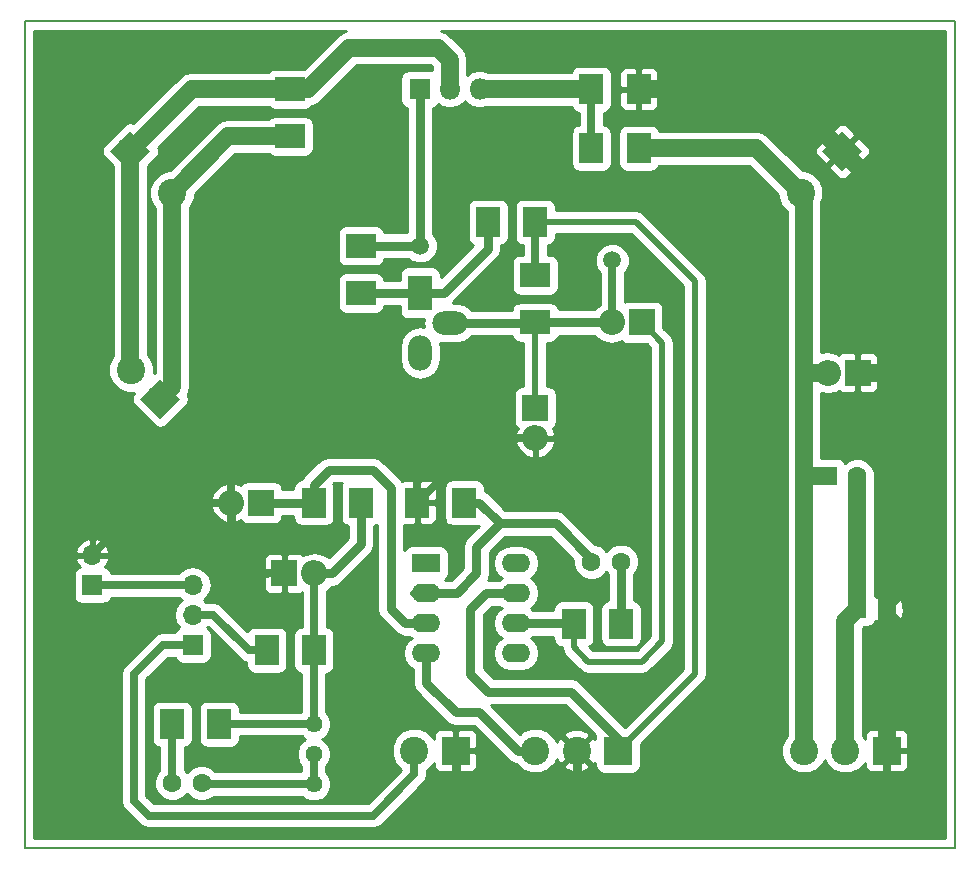
<source format=gbr>
G04 #@! TF.GenerationSoftware,KiCad,Pcbnew,no-vcs-found-be10de8~57~ubuntu16.10.1*
G04 #@! TF.CreationDate,2017-03-16T12:18:36+01:00*
G04 #@! TF.ProjectId,alimentatore,616C696D656E7461746F72652E6B6963,rev?*
G04 #@! TF.FileFunction,Copper,L1,Top,Signal*
G04 #@! TF.FilePolarity,Positive*
%FSLAX46Y46*%
G04 Gerber Fmt 4.6, Leading zero omitted, Abs format (unit mm)*
G04 Created by KiCad (PCBNEW no-vcs-found-be10de8~57~ubuntu16.10.1) date Thu Mar 16 12:18:36 2017*
%MOMM*%
%LPD*%
G01*
G04 APERTURE LIST*
%ADD10C,0.100000*%
%ADD11C,0.200000*%
%ADD12O,1.700000X1.700000*%
%ADD13R,1.700000X1.700000*%
%ADD14R,2.000000X2.500000*%
%ADD15C,2.400000*%
%ADD16R,2.400000X2.400000*%
%ADD17C,1.500000*%
%ADD18R,1.600000X1.600000*%
%ADD19C,1.600000*%
%ADD20O,2.200000X2.200000*%
%ADD21R,2.200000X2.200000*%
%ADD22O,2.400000X1.600000*%
%ADD23R,2.400000X1.600000*%
%ADD24C,1.440000*%
%ADD25R,2.500000X2.000000*%
%ADD26O,1.800000X1.800000*%
%ADD27R,1.800000X1.800000*%
%ADD28O,2.000000X3.000000*%
%ADD29R,2.000000X3.000000*%
%ADD30O,3.000000X2.000000*%
%ADD31C,1.500000*%
%ADD32C,0.700000*%
%ADD33C,0.650000*%
%ADD34C,0.800000*%
%ADD35C,0.600000*%
%ADD36C,0.550000*%
%ADD37C,0.254000*%
G04 APERTURE END LIST*
D10*
D11*
X73000000Y63250000D02*
X-5750000Y63250000D01*
X73000000Y-6750000D02*
X73000000Y63250000D01*
X-5750000Y-6750000D02*
X73000000Y-6750000D01*
X-5750000Y63250000D02*
X-5750000Y-6750000D01*
D12*
X0Y18040000D03*
D13*
X0Y15500000D03*
D14*
X31500000Y22500000D03*
X27500000Y22500000D03*
D12*
X8500000Y15540000D03*
X8500000Y13000000D03*
D13*
X8500000Y10460000D03*
D15*
X3275126Y33724874D03*
X5750000Y31250000D03*
D10*
G36*
X7447056Y31250000D02*
X5750000Y29552944D01*
X4052944Y31250000D01*
X5750000Y32947056D01*
X7447056Y31250000D01*
X7447056Y31250000D01*
G37*
D16*
X30750000Y1500000D03*
D15*
X27250000Y1500000D03*
X63750000Y1500000D03*
X60250000Y1500000D03*
D16*
X67250000Y1500000D03*
X44500000Y1500000D03*
D15*
X37500000Y1500000D03*
X41000000Y1500000D03*
D17*
X27750000Y44250000D03*
X44000000Y43000000D03*
D15*
X63500000Y52250000D03*
D10*
G36*
X63500000Y53947056D02*
X65197056Y52250000D01*
X63500000Y50552944D01*
X61802944Y52250000D01*
X63500000Y53947056D01*
X63500000Y53947056D01*
G37*
D15*
X59964466Y48714466D03*
X6750000Y48714466D03*
X3214466Y52250000D03*
D10*
G36*
X1517410Y52250000D02*
X3214466Y53947056D01*
X4911522Y52250000D01*
X3214466Y50552944D01*
X1517410Y52250000D01*
X1517410Y52250000D01*
G37*
D18*
X64750000Y13500000D03*
D19*
X67250000Y13500000D03*
X64750000Y24750000D03*
D18*
X62250000Y24750000D03*
D19*
X42250000Y17500000D03*
X44750000Y17500000D03*
X6750000Y-1250000D03*
X9250000Y-1250000D03*
D20*
X37500000Y27960000D03*
D21*
X37500000Y30500000D03*
X46500000Y37750000D03*
D20*
X43960000Y37750000D03*
X11710000Y22500000D03*
D21*
X14250000Y22500000D03*
X16250000Y16500000D03*
D20*
X18790000Y16500000D03*
X62250000Y33500000D03*
D21*
X64790000Y33500000D03*
D22*
X35870000Y17370000D03*
X28250000Y9750000D03*
X35870000Y14830000D03*
X28250000Y12290000D03*
X35870000Y12290000D03*
X28250000Y14830000D03*
X35870000Y9750000D03*
D23*
X28250000Y17370000D03*
D24*
X18750000Y-1330000D03*
X18750000Y1210000D03*
X18750000Y3750000D03*
D14*
X42250000Y57500000D03*
X46250000Y57500000D03*
X42250000Y52500000D03*
X46250000Y52500000D03*
X14750000Y10000000D03*
X18750000Y10000000D03*
X10750000Y3750000D03*
X6750000Y3750000D03*
D25*
X16750000Y53500000D03*
X16750000Y57500000D03*
X22750000Y40250000D03*
X22750000Y44250000D03*
D14*
X33500000Y46250000D03*
X37500000Y46250000D03*
D25*
X37500000Y37750000D03*
X37500000Y41750000D03*
D14*
X44750000Y12250000D03*
X40750000Y12250000D03*
X22750000Y22500000D03*
X18750000Y22500000D03*
D26*
X32790000Y57500000D03*
X30250000Y57500000D03*
D27*
X27710000Y57500000D03*
D28*
X27750000Y35170000D03*
D29*
X27750000Y40250000D03*
D30*
X30290000Y37710000D03*
D31*
X60250000Y33500000D02*
X60250000Y24750000D01*
X60250000Y24750000D02*
X60250000Y1500000D01*
X62250000Y24750000D02*
X60250000Y24750000D01*
X46250000Y52500000D02*
X56178932Y52500000D01*
X56178932Y52500000D02*
X59964466Y48714466D01*
X60250000Y33500000D02*
X60250000Y48428932D01*
X60250000Y48428932D02*
X59964466Y48714466D01*
X62250000Y33500000D02*
X60250000Y33500000D01*
X16750000Y53500000D02*
X11500000Y53500000D01*
X11500000Y53500000D02*
X6750000Y48750000D01*
X6750000Y48750000D02*
X6750000Y32250000D01*
X6750000Y32250000D02*
X5750000Y31250000D01*
D32*
X18750000Y-1330000D02*
X9330000Y-1330000D01*
X9330000Y-1330000D02*
X9250000Y-1250000D01*
D33*
X18750000Y1210000D02*
X18750000Y-1330000D01*
D34*
X31500000Y22500000D02*
X32750000Y22500000D01*
X32750000Y22500000D02*
X34500000Y20750000D01*
X42250000Y17500000D02*
X42250000Y17750000D01*
X42250000Y17750000D02*
X39250000Y20750000D01*
X39250000Y20750000D02*
X34500000Y20750000D01*
X30830000Y14830000D02*
X28250000Y14830000D01*
X34500000Y20750000D02*
X32500000Y18750000D01*
X32500000Y18750000D02*
X32500000Y16500000D01*
X32500000Y16500000D02*
X30830000Y14830000D01*
D35*
X27170000Y14830000D02*
X28250000Y14830000D01*
D34*
X44750000Y17500000D02*
X44750000Y12250000D01*
D32*
X6750000Y-1250000D02*
X6750000Y3750000D01*
D33*
X67250000Y1500000D02*
X67250000Y-750000D01*
X67250000Y-750000D02*
X65500000Y-2500000D01*
X65500000Y-2500000D02*
X41750000Y-2500000D01*
X41750000Y-2500000D02*
X41000000Y-1750000D01*
D31*
X67250000Y13500000D02*
X67250000Y33500000D01*
X67250000Y33500000D02*
X67250000Y48500000D01*
X64790000Y33500000D02*
X67250000Y33500000D01*
X67250000Y48500000D02*
X63500000Y52250000D01*
X67250000Y1500000D02*
X67250000Y13500000D01*
D34*
X41000000Y-1750000D02*
X40250000Y-2500000D01*
X31750000Y-2500000D02*
X30750000Y-1500000D01*
X40250000Y-2500000D02*
X31750000Y-2500000D01*
D33*
X11710000Y22500000D02*
X4460000Y22500000D01*
D31*
X46250000Y57500000D02*
X58250000Y57500000D01*
X58250000Y57500000D02*
X63500000Y52250000D01*
D33*
X13500000Y26750000D02*
X11710000Y24960000D01*
X11710000Y24960000D02*
X11710000Y22500000D01*
X25750000Y26750000D02*
X13500000Y26750000D01*
X27500000Y25000000D02*
X25750000Y26750000D01*
X27500000Y22500000D02*
X27500000Y25000000D01*
X37500000Y27960000D02*
X32960000Y27960000D01*
X32960000Y27960000D02*
X27500000Y22500000D01*
D34*
X13750000Y16500000D02*
X11710000Y18540000D01*
X11710000Y18540000D02*
X11710000Y22500000D01*
X14750000Y16500000D02*
X13750000Y16500000D01*
X30750000Y-1500000D02*
X30750000Y1500000D01*
X41000000Y1500000D02*
X41000000Y-1750000D01*
D32*
X16250000Y16500000D02*
X14750000Y16500000D01*
D33*
X4460000Y22500000D02*
X0Y18040000D01*
D31*
X63750000Y1500000D02*
X63750000Y12500000D01*
X63750000Y12500000D02*
X64750000Y13500000D01*
X64750000Y24750000D02*
X64750000Y13500000D01*
D32*
X27250000Y1500000D02*
X27250000Y-500000D01*
X3500000Y8000000D02*
X5960000Y10460000D01*
X23750000Y-4000000D02*
X4750000Y-4000000D01*
X3500000Y-2750000D02*
X3500000Y8000000D01*
X4750000Y-4000000D02*
X3500000Y-2750000D01*
X27250000Y-500000D02*
X23750000Y-4000000D01*
X5960000Y10460000D02*
X8500000Y10460000D01*
D34*
X40500000Y6500000D02*
X33500000Y6500000D01*
X32000000Y8000000D02*
X32000000Y13500000D01*
X33330000Y14830000D02*
X35870000Y14830000D01*
X32000000Y13500000D02*
X33330000Y14830000D01*
X33500000Y6500000D02*
X32000000Y8000000D01*
D33*
X37500000Y46250000D02*
X37500000Y41750000D01*
D36*
X37500000Y46250000D02*
X46000000Y46250000D01*
X51000000Y41250000D02*
X51000000Y8000000D01*
X46000000Y46250000D02*
X51000000Y41250000D01*
D34*
X44500000Y2500000D02*
X40500000Y6500000D01*
D36*
X51000000Y8000000D02*
X44500000Y1500000D01*
D34*
X44500000Y1500000D02*
X44500000Y2500000D01*
X32750000Y4750000D02*
X36000000Y1500000D01*
X36000000Y1500000D02*
X37500000Y1500000D01*
X30750000Y4750000D02*
X32750000Y4750000D01*
X28250000Y7250000D02*
X30750000Y4750000D01*
X28250000Y9750000D02*
X28250000Y7250000D01*
D33*
X44000000Y43000000D02*
X44000000Y37790000D01*
X44000000Y37790000D02*
X43960000Y37750000D01*
D36*
X37500000Y37750000D02*
X37500000Y30500000D01*
D34*
X43960000Y37750000D02*
X37500000Y37750000D01*
X30290000Y37710000D02*
X37460000Y37710000D01*
X37460000Y37710000D02*
X37500000Y37750000D01*
X18750000Y22500000D02*
X18750000Y24000000D01*
X18750000Y24000000D02*
X20000000Y25250000D01*
X20000000Y25250000D02*
X23750000Y25250000D01*
X23750000Y25250000D02*
X25250000Y23750000D01*
X25250000Y23750000D02*
X25250000Y13500000D01*
X25250000Y13500000D02*
X26460000Y12290000D01*
X26460000Y12290000D02*
X28250000Y12290000D01*
X14250000Y22500000D02*
X18750000Y22500000D01*
D33*
X18750000Y22500000D02*
X18750000Y23000000D01*
D35*
X18790000Y22540000D02*
X18750000Y22500000D01*
D34*
X20250000Y16500000D02*
X22750000Y19000000D01*
X22750000Y19000000D02*
X22750000Y22500000D01*
X18790000Y16500000D02*
X20250000Y16500000D01*
D33*
X10750000Y3750000D02*
X18750000Y3750000D01*
X18750000Y10000000D02*
X18750000Y3750000D01*
X18790000Y16500000D02*
X18790000Y10040000D01*
X18790000Y10040000D02*
X18750000Y10000000D01*
X0Y15500000D02*
X8460000Y15500000D01*
X8460000Y15500000D02*
X8500000Y15540000D01*
X13250000Y10000000D02*
X10250000Y13000000D01*
X10250000Y13000000D02*
X8500000Y13000000D01*
X14750000Y10000000D02*
X13250000Y10000000D01*
D36*
X48250000Y10750000D02*
X48250000Y36000000D01*
X48250000Y36000000D02*
X46500000Y37750000D01*
X46500000Y9000000D02*
X48250000Y10750000D01*
X42000000Y9000000D02*
X46500000Y9000000D01*
X40750000Y10250000D02*
X42000000Y9000000D01*
X40750000Y12250000D02*
X40750000Y10250000D01*
D34*
X35870000Y12290000D02*
X40710000Y12290000D01*
X40710000Y12290000D02*
X40750000Y12250000D01*
D31*
X16750000Y57500000D02*
X8428932Y57500000D01*
X8428932Y57500000D02*
X3214466Y52285534D01*
X3214466Y52285534D02*
X3214466Y33785534D01*
X3214466Y33785534D02*
X3275126Y33724874D01*
X29250000Y61000000D02*
X30250000Y60000000D01*
X30250000Y60000000D02*
X30250000Y57500000D01*
X21750000Y61000000D02*
X29250000Y61000000D01*
X18250000Y57500000D02*
X21750000Y61000000D01*
X16750000Y57500000D02*
X18250000Y57500000D01*
D33*
X42250000Y57500000D02*
X42250000Y52500000D01*
D31*
X32790000Y57500000D02*
X42250000Y57500000D01*
D34*
X27750000Y44250000D02*
X22750000Y44250000D01*
X27750000Y44250000D02*
X27750000Y57460000D01*
X27750000Y57460000D02*
X27710000Y57500000D01*
X29750000Y40250000D02*
X33500000Y44000000D01*
X33500000Y44000000D02*
X33500000Y46250000D01*
X27750000Y40250000D02*
X29750000Y40250000D01*
X22750000Y40250000D02*
X27750000Y40250000D01*
D37*
G36*
X21184777Y62364570D02*
X20705603Y62044397D01*
X20705601Y62044394D01*
X17902448Y59241242D01*
X15500000Y59241242D01*
X15216339Y59184818D01*
X14975863Y59024137D01*
X14944367Y58977000D01*
X8428937Y58977000D01*
X8428932Y58977001D01*
X7863709Y58864570D01*
X7384535Y58544397D01*
X7384533Y58544394D01*
X3476345Y54636207D01*
X3214466Y54688298D01*
X2930805Y54631874D01*
X2690329Y54471193D01*
X993273Y52774137D01*
X832592Y52533661D01*
X776168Y52250000D01*
X832592Y51966339D01*
X993273Y51725863D01*
X1737466Y50981670D01*
X1737466Y34912709D01*
X1642448Y34817857D01*
X1348461Y34109860D01*
X1347792Y33343252D01*
X1640542Y32634742D01*
X2182143Y32092196D01*
X2890140Y31798209D01*
X3552301Y31797631D01*
X3528807Y31774137D01*
X3368126Y31533661D01*
X3311702Y31250000D01*
X3368126Y30966339D01*
X3528807Y30725863D01*
X5225863Y29028807D01*
X5466339Y28868126D01*
X5750000Y28811702D01*
X6033661Y28868126D01*
X6274137Y29028807D01*
X7971193Y30725863D01*
X8131874Y30966339D01*
X8188298Y31250000D01*
X8131874Y31533661D01*
X8072736Y31622168D01*
X8114570Y31684777D01*
X8227001Y32250000D01*
X8227000Y32250005D01*
X8227000Y47466076D01*
X8382678Y47621483D01*
X8676665Y48329480D01*
X8676891Y48588097D01*
X12111793Y52023000D01*
X14944367Y52023000D01*
X14975863Y51975863D01*
X15216339Y51815182D01*
X15500000Y51758758D01*
X18000000Y51758758D01*
X18283661Y51815182D01*
X18524137Y51975863D01*
X18684818Y52216339D01*
X18741242Y52500000D01*
X18741242Y54500000D01*
X18684818Y54783661D01*
X18524137Y55024137D01*
X18283661Y55184818D01*
X18000000Y55241242D01*
X15500000Y55241242D01*
X15216339Y55184818D01*
X14975863Y55024137D01*
X14944367Y54977000D01*
X11500000Y54977000D01*
X10934777Y54864570D01*
X10455603Y54544397D01*
X10455601Y54544394D01*
X6552845Y50641639D01*
X6368378Y50641800D01*
X5659868Y50349050D01*
X5117322Y49807449D01*
X4823335Y49099452D01*
X4822666Y48332844D01*
X5115416Y47624334D01*
X5273000Y47466475D01*
X5273000Y33502689D01*
X5225863Y33471193D01*
X5201885Y33447215D01*
X5202460Y34106496D01*
X4909710Y34815006D01*
X4691466Y35033631D01*
X4691466Y50981670D01*
X5435659Y51725863D01*
X5596340Y51966339D01*
X5652764Y52250000D01*
X5596340Y52533661D01*
X5578334Y52560609D01*
X9040725Y56023000D01*
X14944367Y56023000D01*
X14975863Y55975863D01*
X15216339Y55815182D01*
X15500000Y55758758D01*
X18000000Y55758758D01*
X18283661Y55815182D01*
X18524137Y55975863D01*
X18602481Y56093113D01*
X18815224Y56135430D01*
X19294397Y56455603D01*
X22361793Y59523000D01*
X28638206Y59523000D01*
X28773000Y59388207D01*
X28773000Y59108819D01*
X28610000Y59141242D01*
X26810000Y59141242D01*
X26526339Y59084818D01*
X26285863Y58924137D01*
X26125182Y58683661D01*
X26068758Y58400000D01*
X26068758Y56600000D01*
X26125182Y56316339D01*
X26285863Y56075863D01*
X26526339Y55915182D01*
X26623000Y55895955D01*
X26623000Y45377000D01*
X24715980Y45377000D01*
X24684818Y45533661D01*
X24524137Y45774137D01*
X24283661Y45934818D01*
X24000000Y45991242D01*
X21500000Y45991242D01*
X21216339Y45934818D01*
X20975863Y45774137D01*
X20815182Y45533661D01*
X20758758Y45250000D01*
X20758758Y43250000D01*
X20815182Y42966339D01*
X20975863Y42725863D01*
X21216339Y42565182D01*
X21500000Y42508758D01*
X24000000Y42508758D01*
X24283661Y42565182D01*
X24524137Y42725863D01*
X24684818Y42966339D01*
X24715980Y43123000D01*
X26788062Y43123000D01*
X26912254Y42998591D01*
X27454918Y42773257D01*
X28042505Y42772744D01*
X28585560Y42997130D01*
X29001409Y43412254D01*
X29226743Y43954918D01*
X29227256Y44542505D01*
X29002870Y45085560D01*
X28877000Y45211650D01*
X28877000Y55911868D01*
X28893661Y55915182D01*
X29134137Y56075863D01*
X29240040Y56234358D01*
X29595499Y55996848D01*
X30218125Y55873000D01*
X30281875Y55873000D01*
X30904501Y55996848D01*
X31432338Y56349537D01*
X31520000Y56480733D01*
X31607662Y56349537D01*
X32135499Y55996848D01*
X32758125Y55873000D01*
X32821875Y55873000D01*
X33444501Y55996848D01*
X33483640Y56023000D01*
X40553911Y56023000D01*
X40565182Y55966339D01*
X40725863Y55725863D01*
X40966339Y55565182D01*
X41198000Y55519102D01*
X41198000Y54480898D01*
X40966339Y54434818D01*
X40725863Y54274137D01*
X40565182Y54033661D01*
X40508758Y53750000D01*
X40508758Y51250000D01*
X40565182Y50966339D01*
X40725863Y50725863D01*
X40966339Y50565182D01*
X41250000Y50508758D01*
X43250000Y50508758D01*
X43533661Y50565182D01*
X43774137Y50725863D01*
X43934818Y50966339D01*
X43991242Y51250000D01*
X43991242Y53750000D01*
X44508758Y53750000D01*
X44508758Y51250000D01*
X44565182Y50966339D01*
X44725863Y50725863D01*
X44966339Y50565182D01*
X45250000Y50508758D01*
X47250000Y50508758D01*
X47533661Y50565182D01*
X47774137Y50725863D01*
X47934818Y50966339D01*
X47946089Y51023000D01*
X55567138Y51023000D01*
X58037324Y48552815D01*
X58037132Y48332844D01*
X58329882Y47624334D01*
X58773000Y47180443D01*
X58773000Y2748390D01*
X58617322Y2592983D01*
X58323335Y1884986D01*
X58322666Y1118378D01*
X58615416Y409868D01*
X59157017Y-132678D01*
X59865014Y-426665D01*
X60631622Y-427334D01*
X61340132Y-134584D01*
X61882678Y407017D01*
X61999925Y689378D01*
X62115416Y409868D01*
X62657017Y-132678D01*
X63365014Y-426665D01*
X64131622Y-427334D01*
X64840132Y-134584D01*
X65382678Y407017D01*
X65415000Y484857D01*
X65415000Y173690D01*
X65511673Y-59699D01*
X65690302Y-238327D01*
X65923691Y-335000D01*
X66964250Y-335000D01*
X67123000Y-176250D01*
X67123000Y1373000D01*
X67377000Y1373000D01*
X67377000Y-176250D01*
X67535750Y-335000D01*
X68576309Y-335000D01*
X68809698Y-238327D01*
X68988327Y-59699D01*
X69085000Y173690D01*
X69085000Y1214250D01*
X68926250Y1373000D01*
X67377000Y1373000D01*
X67123000Y1373000D01*
X67103000Y1373000D01*
X67103000Y1627000D01*
X67123000Y1627000D01*
X67123000Y3176250D01*
X67377000Y3176250D01*
X67377000Y1627000D01*
X68926250Y1627000D01*
X69085000Y1785750D01*
X69085000Y2826310D01*
X68988327Y3059699D01*
X68809698Y3238327D01*
X68576309Y3335000D01*
X67535750Y3335000D01*
X67377000Y3176250D01*
X67123000Y3176250D01*
X66964250Y3335000D01*
X65923691Y3335000D01*
X65690302Y3238327D01*
X65511673Y3059699D01*
X65415000Y2826310D01*
X65415000Y2516520D01*
X65384584Y2590132D01*
X65227000Y2747991D01*
X65227000Y11888206D01*
X65297551Y11958758D01*
X65550000Y11958758D01*
X65833661Y12015182D01*
X66074137Y12175863D01*
X66234818Y12416339D01*
X66240327Y12444037D01*
X66306986Y12377378D01*
X66421861Y12492253D01*
X66495995Y12246136D01*
X67033223Y12053035D01*
X67603454Y12080222D01*
X68004005Y12246136D01*
X68078139Y12492255D01*
X67250000Y13320395D01*
X67235858Y13306252D01*
X67056252Y13485858D01*
X67070395Y13500000D01*
X67429605Y13500000D01*
X68257745Y12671861D01*
X68503864Y12745995D01*
X68696965Y13283223D01*
X68669778Y13853454D01*
X68503864Y14254005D01*
X68257745Y14328139D01*
X67429605Y13500000D01*
X67070395Y13500000D01*
X67056252Y13514142D01*
X67235858Y13693748D01*
X67250000Y13679605D01*
X68078139Y14507745D01*
X68004005Y14753864D01*
X67466777Y14946965D01*
X66896546Y14919778D01*
X66495995Y14753864D01*
X66421861Y14507747D01*
X66306986Y14622622D01*
X66240327Y14555963D01*
X66234818Y14583661D01*
X66227000Y14595361D01*
X66227000Y24325153D01*
X66276735Y24444928D01*
X66277265Y25052407D01*
X66045283Y25613846D01*
X65616106Y26043773D01*
X65055072Y26276735D01*
X64447593Y26277265D01*
X63886154Y26045283D01*
X63710548Y25869983D01*
X63574137Y26074137D01*
X63333661Y26234818D01*
X63050000Y26291242D01*
X61727000Y26291242D01*
X61727000Y31769911D01*
X62214207Y31673000D01*
X62285793Y31673000D01*
X62984956Y31812072D01*
X63221709Y31970265D01*
X63330302Y31861673D01*
X63563691Y31765000D01*
X64504250Y31765000D01*
X64663000Y31923750D01*
X64663000Y33373000D01*
X64917000Y33373000D01*
X64917000Y31923750D01*
X65075750Y31765000D01*
X66016309Y31765000D01*
X66249698Y31861673D01*
X66428327Y32040301D01*
X66525000Y32273690D01*
X66525000Y33214250D01*
X66366250Y33373000D01*
X64917000Y33373000D01*
X64663000Y33373000D01*
X64643000Y33373000D01*
X64643000Y33627000D01*
X64663000Y33627000D01*
X64663000Y35076250D01*
X64917000Y35076250D01*
X64917000Y33627000D01*
X66366250Y33627000D01*
X66525000Y33785750D01*
X66525000Y34726310D01*
X66428327Y34959699D01*
X66249698Y35138327D01*
X66016309Y35235000D01*
X65075750Y35235000D01*
X64917000Y35076250D01*
X64663000Y35076250D01*
X64504250Y35235000D01*
X63563691Y35235000D01*
X63330302Y35138327D01*
X63221709Y35029735D01*
X62984956Y35187928D01*
X62285793Y35327000D01*
X62214207Y35327000D01*
X61727000Y35230089D01*
X61727000Y47934210D01*
X61891131Y48329480D01*
X61891800Y49096088D01*
X61599050Y49804598D01*
X61057449Y50347144D01*
X60349452Y50641131D01*
X60126400Y50641326D01*
X59792816Y50974910D01*
X62404515Y50974910D01*
X62404515Y50750403D01*
X63140302Y50014616D01*
X63373691Y49917943D01*
X63626310Y49917944D01*
X63859699Y50014617D01*
X64595485Y50750403D01*
X64595485Y50974910D01*
X63500000Y52070395D01*
X62404515Y50974910D01*
X59792816Y50974910D01*
X58644035Y52123691D01*
X61167943Y52123691D01*
X61264616Y51890302D01*
X62000403Y51154515D01*
X62224910Y51154515D01*
X63320395Y52250000D01*
X63679605Y52250000D01*
X64775090Y51154515D01*
X64999597Y51154515D01*
X65735383Y51890301D01*
X65832056Y52123690D01*
X65832057Y52376309D01*
X65735384Y52609698D01*
X64999597Y53345485D01*
X64775090Y53345485D01*
X63679605Y52250000D01*
X63320395Y52250000D01*
X62224910Y53345485D01*
X62000403Y53345485D01*
X61264617Y52609699D01*
X61167944Y52376310D01*
X61167943Y52123691D01*
X58644035Y52123691D01*
X57223329Y53544397D01*
X56916226Y53749597D01*
X62404515Y53749597D01*
X62404515Y53525090D01*
X63500000Y52429605D01*
X64595485Y53525090D01*
X64595485Y53749597D01*
X63859698Y54485384D01*
X63626309Y54582057D01*
X63373690Y54582056D01*
X63140301Y54485383D01*
X62404515Y53749597D01*
X56916226Y53749597D01*
X56744156Y53864570D01*
X56178932Y53977000D01*
X47946089Y53977000D01*
X47934818Y54033661D01*
X47774137Y54274137D01*
X47533661Y54434818D01*
X47250000Y54491242D01*
X45250000Y54491242D01*
X44966339Y54434818D01*
X44725863Y54274137D01*
X44565182Y54033661D01*
X44508758Y53750000D01*
X43991242Y53750000D01*
X43934818Y54033661D01*
X43774137Y54274137D01*
X43533661Y54434818D01*
X43302000Y54480898D01*
X43302000Y55519102D01*
X43533661Y55565182D01*
X43774137Y55725863D01*
X43934818Y55966339D01*
X43991242Y56250000D01*
X43991242Y57214250D01*
X44615000Y57214250D01*
X44615000Y56123690D01*
X44711673Y55890301D01*
X44890302Y55711673D01*
X45123691Y55615000D01*
X45964250Y55615000D01*
X46123000Y55773750D01*
X46123000Y57373000D01*
X46377000Y57373000D01*
X46377000Y55773750D01*
X46535750Y55615000D01*
X47376309Y55615000D01*
X47609698Y55711673D01*
X47788327Y55890301D01*
X47885000Y56123690D01*
X47885000Y57214250D01*
X47726250Y57373000D01*
X46377000Y57373000D01*
X46123000Y57373000D01*
X44773750Y57373000D01*
X44615000Y57214250D01*
X43991242Y57214250D01*
X43991242Y58750000D01*
X43966118Y58876310D01*
X44615000Y58876310D01*
X44615000Y57785750D01*
X44773750Y57627000D01*
X46123000Y57627000D01*
X46123000Y59226250D01*
X46377000Y59226250D01*
X46377000Y57627000D01*
X47726250Y57627000D01*
X47885000Y57785750D01*
X47885000Y58876310D01*
X47788327Y59109699D01*
X47609698Y59288327D01*
X47376309Y59385000D01*
X46535750Y59385000D01*
X46377000Y59226250D01*
X46123000Y59226250D01*
X45964250Y59385000D01*
X45123691Y59385000D01*
X44890302Y59288327D01*
X44711673Y59109699D01*
X44615000Y58876310D01*
X43966118Y58876310D01*
X43934818Y59033661D01*
X43774137Y59274137D01*
X43533661Y59434818D01*
X43250000Y59491242D01*
X41250000Y59491242D01*
X40966339Y59434818D01*
X40725863Y59274137D01*
X40565182Y59033661D01*
X40553911Y58977000D01*
X33483640Y58977000D01*
X33444501Y59003152D01*
X32821875Y59127000D01*
X32758125Y59127000D01*
X32135499Y59003152D01*
X31727000Y58730202D01*
X31727000Y59999995D01*
X31727001Y60000000D01*
X31614570Y60565223D01*
X31294397Y61044397D01*
X31294394Y61044399D01*
X30294397Y62044397D01*
X29815224Y62364570D01*
X29521476Y62423000D01*
X72173000Y62423000D01*
X72173000Y-5923000D01*
X-4923000Y-5923000D01*
X-4923000Y16350000D01*
X-1591242Y16350000D01*
X-1591242Y14650000D01*
X-1534818Y14366339D01*
X-1374137Y14125863D01*
X-1133661Y13965182D01*
X-850000Y13908758D01*
X850000Y13908758D01*
X1133661Y13965182D01*
X1374137Y14125863D01*
X1534818Y14366339D01*
X1551061Y14448000D01*
X7338558Y14448000D01*
X7353998Y14424893D01*
X7585811Y14270000D01*
X7353998Y14115107D01*
X7012147Y13603492D01*
X6892105Y13000000D01*
X7012147Y12396508D01*
X7307028Y11955188D01*
X7125863Y11834137D01*
X6965182Y11593661D01*
X6953911Y11537000D01*
X5960000Y11537000D01*
X5547850Y11455018D01*
X5198446Y11221554D01*
X2738446Y8761554D01*
X2504982Y8412150D01*
X2423000Y8000000D01*
X2423000Y-2750000D01*
X2504982Y-3162150D01*
X2738446Y-3511554D01*
X3988446Y-4761554D01*
X4337850Y-4995018D01*
X4750000Y-5077000D01*
X23750000Y-5077000D01*
X24162150Y-4995018D01*
X24511554Y-4761554D01*
X28011554Y-1261554D01*
X28245018Y-912150D01*
X28327000Y-500000D01*
X28327000Y-140010D01*
X28340132Y-134584D01*
X28882678Y407017D01*
X28915000Y484857D01*
X28915000Y173690D01*
X29011673Y-59699D01*
X29190302Y-238327D01*
X29423691Y-335000D01*
X30464250Y-335000D01*
X30623000Y-176250D01*
X30623000Y1373000D01*
X30877000Y1373000D01*
X30877000Y-176250D01*
X31035750Y-335000D01*
X32076309Y-335000D01*
X32309698Y-238327D01*
X32488327Y-59699D01*
X32585000Y173690D01*
X32585000Y1214250D01*
X32426250Y1373000D01*
X30877000Y1373000D01*
X30623000Y1373000D01*
X30603000Y1373000D01*
X30603000Y1627000D01*
X30623000Y1627000D01*
X30623000Y3176250D01*
X30877000Y3176250D01*
X30877000Y1627000D01*
X32426250Y1627000D01*
X32585000Y1785750D01*
X32585000Y2826310D01*
X32488327Y3059699D01*
X32309698Y3238327D01*
X32076309Y3335000D01*
X31035750Y3335000D01*
X30877000Y3176250D01*
X30623000Y3176250D01*
X30464250Y3335000D01*
X29423691Y3335000D01*
X29190302Y3238327D01*
X29011673Y3059699D01*
X28915000Y2826310D01*
X28915000Y2516520D01*
X28884584Y2590132D01*
X28342983Y3132678D01*
X27634986Y3426665D01*
X26868378Y3427334D01*
X26159868Y3134584D01*
X25617322Y2592983D01*
X25323335Y1884986D01*
X25322666Y1118378D01*
X25615416Y409868D01*
X26125643Y-101249D01*
X23303892Y-2923000D01*
X5196108Y-2923000D01*
X4577000Y-2303892D01*
X4577000Y5000000D01*
X5008758Y5000000D01*
X5008758Y2500000D01*
X5065182Y2216339D01*
X5225863Y1975863D01*
X5466339Y1815182D01*
X5673000Y1774074D01*
X5673000Y-167499D01*
X5456227Y-383894D01*
X5223265Y-944928D01*
X5222735Y-1552407D01*
X5454717Y-2113846D01*
X5883894Y-2543773D01*
X6444928Y-2776735D01*
X7052407Y-2777265D01*
X7613846Y-2545283D01*
X8000297Y-2159506D01*
X8383894Y-2543773D01*
X8944928Y-2776735D01*
X9552407Y-2777265D01*
X10113846Y-2545283D01*
X10252371Y-2407000D01*
X17780539Y-2407000D01*
X17929270Y-2555991D01*
X18460911Y-2776748D01*
X19036563Y-2777250D01*
X19568589Y-2557422D01*
X19975991Y-2150730D01*
X20196748Y-1619089D01*
X20197250Y-1043437D01*
X19977422Y-511411D01*
X19802000Y-335683D01*
X19802000Y215582D01*
X19975991Y389270D01*
X20196748Y920911D01*
X20197250Y1496563D01*
X19977422Y2028589D01*
X19570730Y2435991D01*
X19465142Y2479835D01*
X19568589Y2522578D01*
X19975991Y2929270D01*
X20196748Y3460911D01*
X20197250Y4036563D01*
X19977422Y4568589D01*
X19802000Y4744317D01*
X19802000Y8019102D01*
X20033661Y8065182D01*
X20274137Y8225863D01*
X20434818Y8466339D01*
X20491242Y8750000D01*
X20491242Y11250000D01*
X20434818Y11533661D01*
X20274137Y11774137D01*
X20033661Y11934818D01*
X19842000Y11972942D01*
X19842000Y15023914D01*
X20117677Y15208116D01*
X20227849Y15373000D01*
X20250000Y15373000D01*
X20681284Y15458788D01*
X21046909Y15703091D01*
X23546909Y18203091D01*
X23791212Y18568716D01*
X23877000Y19000000D01*
X23877000Y20534020D01*
X24033661Y20565182D01*
X24123000Y20624876D01*
X24123000Y13500000D01*
X24208788Y13068716D01*
X24453091Y12703091D01*
X25663090Y11493091D01*
X26028715Y11248788D01*
X26100270Y11234555D01*
X26460000Y11163000D01*
X26803208Y11163000D01*
X27017222Y11020000D01*
X26732496Y10829752D01*
X26401484Y10334358D01*
X26285248Y9750000D01*
X26401484Y9165642D01*
X26732496Y8670248D01*
X27123000Y8409321D01*
X27123000Y7250000D01*
X27208788Y6818716D01*
X27453091Y6453091D01*
X29953091Y3953091D01*
X30318716Y3708788D01*
X30750000Y3623000D01*
X32283182Y3623000D01*
X35203091Y703091D01*
X35568716Y458788D01*
X35877993Y397269D01*
X36407017Y-132678D01*
X37115014Y-426665D01*
X37881622Y-427334D01*
X38590132Y-134584D01*
X38928129Y202825D01*
X39882430Y202825D01*
X40005565Y-84788D01*
X40687734Y-344707D01*
X41417443Y-323786D01*
X41994435Y-84788D01*
X42117570Y202825D01*
X41000000Y1320395D01*
X39882430Y202825D01*
X38928129Y202825D01*
X39132678Y407017D01*
X39294555Y796858D01*
X39415212Y505565D01*
X39702825Y382430D01*
X40820395Y1500000D01*
X39702825Y2617570D01*
X39415212Y2494435D01*
X39299552Y2190879D01*
X39134584Y2590132D01*
X38927902Y2797175D01*
X39882430Y2797175D01*
X41000000Y1679605D01*
X42117570Y2797175D01*
X41994435Y3084788D01*
X41312266Y3344707D01*
X40582557Y3323786D01*
X40005565Y3084788D01*
X39882430Y2797175D01*
X38927902Y2797175D01*
X38592983Y3132678D01*
X37884986Y3426665D01*
X37118378Y3427334D01*
X36409868Y3134584D01*
X36184355Y2909463D01*
X33720818Y5373000D01*
X40033182Y5373000D01*
X42583217Y2822964D01*
X42558758Y2700000D01*
X42558758Y2505579D01*
X42297175Y2617570D01*
X41179605Y1500000D01*
X42297175Y382430D01*
X42558758Y494421D01*
X42558758Y300000D01*
X42615182Y16339D01*
X42775863Y-224137D01*
X43016339Y-384818D01*
X43300000Y-441242D01*
X45700000Y-441242D01*
X45983661Y-384818D01*
X46224137Y-224137D01*
X46384818Y16339D01*
X46441242Y300000D01*
X46441242Y2024200D01*
X51708521Y7291479D01*
X51925727Y7616551D01*
X52002000Y8000000D01*
X52002000Y41250000D01*
X51925727Y41633449D01*
X51708521Y41958521D01*
X46708521Y46958521D01*
X46576239Y47046909D01*
X46383449Y47175727D01*
X46000000Y47252000D01*
X39241242Y47252000D01*
X39241242Y47500000D01*
X39184818Y47783661D01*
X39024137Y48024137D01*
X38783661Y48184818D01*
X38500000Y48241242D01*
X36500000Y48241242D01*
X36216339Y48184818D01*
X35975863Y48024137D01*
X35815182Y47783661D01*
X35758758Y47500000D01*
X35758758Y45000000D01*
X35815182Y44716339D01*
X35975863Y44475863D01*
X36216339Y44315182D01*
X36448000Y44269102D01*
X36448000Y43491242D01*
X36250000Y43491242D01*
X35966339Y43434818D01*
X35725863Y43274137D01*
X35565182Y43033661D01*
X35508758Y42750000D01*
X35508758Y40750000D01*
X35565182Y40466339D01*
X35725863Y40225863D01*
X35966339Y40065182D01*
X36250000Y40008758D01*
X38750000Y40008758D01*
X39033661Y40065182D01*
X39274137Y40225863D01*
X39434818Y40466339D01*
X39491242Y40750000D01*
X39491242Y42750000D01*
X39434818Y43033661D01*
X39274137Y43274137D01*
X39033661Y43434818D01*
X38750000Y43491242D01*
X38552000Y43491242D01*
X38552000Y44269102D01*
X38783661Y44315182D01*
X39024137Y44475863D01*
X39184818Y44716339D01*
X39241242Y45000000D01*
X39241242Y45248000D01*
X45584958Y45248000D01*
X49998000Y40834958D01*
X49998000Y8415042D01*
X45088388Y3505430D01*
X41296909Y7296909D01*
X40931284Y7541212D01*
X40500000Y7627000D01*
X33966819Y7627000D01*
X33127000Y8466818D01*
X33127000Y13033182D01*
X33796818Y13703000D01*
X34423208Y13703000D01*
X34637222Y13560000D01*
X34352496Y13369752D01*
X34021484Y12874358D01*
X33905248Y12290000D01*
X34021484Y11705642D01*
X34352496Y11210248D01*
X34637222Y11020000D01*
X34352496Y10829752D01*
X34021484Y10334358D01*
X33905248Y9750000D01*
X34021484Y9165642D01*
X34352496Y8670248D01*
X34847890Y8339236D01*
X35432248Y8223000D01*
X36307752Y8223000D01*
X36892110Y8339236D01*
X37387504Y8670248D01*
X37718516Y9165642D01*
X37834752Y9750000D01*
X37718516Y10334358D01*
X37387504Y10829752D01*
X37102778Y11020000D01*
X37316792Y11163000D01*
X39008758Y11163000D01*
X39008758Y11000000D01*
X39065182Y10716339D01*
X39225863Y10475863D01*
X39466339Y10315182D01*
X39748000Y10259156D01*
X39748000Y10250000D01*
X39824273Y9866551D01*
X40041479Y9541479D01*
X41291479Y8291479D01*
X41616551Y8074273D01*
X42000000Y7998000D01*
X46500000Y7998000D01*
X46883449Y8074273D01*
X47208521Y8291479D01*
X48958521Y10041479D01*
X48962778Y10047850D01*
X49175727Y10366551D01*
X49252000Y10750000D01*
X49252000Y36000000D01*
X49175727Y36383449D01*
X48958521Y36708521D01*
X48341242Y37325800D01*
X48341242Y38850000D01*
X48284818Y39133661D01*
X48124137Y39374137D01*
X47883661Y39534818D01*
X47600000Y39591242D01*
X45400000Y39591242D01*
X45116339Y39534818D01*
X45052000Y39491828D01*
X45052000Y41963193D01*
X45251409Y42162254D01*
X45476743Y42704918D01*
X45477256Y43292505D01*
X45252870Y43835560D01*
X44837746Y44251409D01*
X44295082Y44476743D01*
X43707495Y44477256D01*
X43164440Y44252870D01*
X42748591Y43837746D01*
X42523257Y43295082D01*
X42522744Y42707495D01*
X42747130Y42164440D01*
X42948000Y41963219D01*
X42948000Y39252813D01*
X42632323Y39041884D01*
X42522151Y38877000D01*
X39465980Y38877000D01*
X39434818Y39033661D01*
X39274137Y39274137D01*
X39033661Y39434818D01*
X38750000Y39491242D01*
X36250000Y39491242D01*
X35966339Y39434818D01*
X35725863Y39274137D01*
X35565182Y39033661D01*
X35526063Y38837000D01*
X32117727Y38837000D01*
X32054803Y38931173D01*
X31494524Y39305540D01*
X30833630Y39437000D01*
X30522827Y39437000D01*
X30546909Y39453091D01*
X34296909Y43203091D01*
X34541212Y43568716D01*
X34627000Y44000000D01*
X34627000Y44284020D01*
X34783661Y44315182D01*
X35024137Y44475863D01*
X35184818Y44716339D01*
X35241242Y45000000D01*
X35241242Y47500000D01*
X35184818Y47783661D01*
X35024137Y48024137D01*
X34783661Y48184818D01*
X34500000Y48241242D01*
X32500000Y48241242D01*
X32216339Y48184818D01*
X31975863Y48024137D01*
X31815182Y47783661D01*
X31758758Y47500000D01*
X31758758Y45000000D01*
X31815182Y44716339D01*
X31975863Y44475863D01*
X32216339Y44315182D01*
X32220530Y44314348D01*
X29491242Y41585060D01*
X29491242Y41750000D01*
X29434818Y42033661D01*
X29274137Y42274137D01*
X29033661Y42434818D01*
X28750000Y42491242D01*
X26750000Y42491242D01*
X26466339Y42434818D01*
X26225863Y42274137D01*
X26065182Y42033661D01*
X26008758Y41750000D01*
X26008758Y41377000D01*
X24715980Y41377000D01*
X24684818Y41533661D01*
X24524137Y41774137D01*
X24283661Y41934818D01*
X24000000Y41991242D01*
X21500000Y41991242D01*
X21216339Y41934818D01*
X20975863Y41774137D01*
X20815182Y41533661D01*
X20758758Y41250000D01*
X20758758Y39250000D01*
X20815182Y38966339D01*
X20975863Y38725863D01*
X21216339Y38565182D01*
X21500000Y38508758D01*
X24000000Y38508758D01*
X24283661Y38565182D01*
X24524137Y38725863D01*
X24684818Y38966339D01*
X24715980Y39123000D01*
X26008758Y39123000D01*
X26008758Y38750000D01*
X26065182Y38466339D01*
X26225863Y38225863D01*
X26466339Y38065182D01*
X26750000Y38008758D01*
X28078797Y38008758D01*
X28019370Y37710000D01*
X28086255Y37373745D01*
X27750000Y37440630D01*
X27089106Y37309170D01*
X26528827Y36934803D01*
X26154460Y36374524D01*
X26023000Y35713630D01*
X26023000Y34626370D01*
X26154460Y33965476D01*
X26528827Y33405197D01*
X27089106Y33030830D01*
X27750000Y32899370D01*
X28410894Y33030830D01*
X28971173Y33405197D01*
X29345540Y33965476D01*
X29477000Y34626370D01*
X29477000Y35713630D01*
X29410115Y36049885D01*
X29746370Y35983000D01*
X30833630Y35983000D01*
X31494524Y36114460D01*
X32054803Y36488827D01*
X32117727Y36583000D01*
X35541977Y36583000D01*
X35565182Y36466339D01*
X35725863Y36225863D01*
X35966339Y36065182D01*
X36250000Y36008758D01*
X36498000Y36008758D01*
X36498000Y32341242D01*
X36400000Y32341242D01*
X36116339Y32284818D01*
X35875863Y32124137D01*
X35715182Y31883661D01*
X35658758Y31600000D01*
X35658758Y29400000D01*
X35715182Y29116339D01*
X35875863Y28875863D01*
X36007206Y28788103D01*
X35810817Y28356123D01*
X35928396Y28087000D01*
X37373000Y28087000D01*
X37373000Y28107000D01*
X37627000Y28107000D01*
X37627000Y28087000D01*
X39071604Y28087000D01*
X39189183Y28356123D01*
X38992794Y28788103D01*
X39124137Y28875863D01*
X39284818Y29116339D01*
X39341242Y29400000D01*
X39341242Y31600000D01*
X39284818Y31883661D01*
X39124137Y32124137D01*
X38883661Y32284818D01*
X38600000Y32341242D01*
X38502000Y32341242D01*
X38502000Y36008758D01*
X38750000Y36008758D01*
X39033661Y36065182D01*
X39274137Y36225863D01*
X39434818Y36466339D01*
X39465980Y36623000D01*
X42522151Y36623000D01*
X42632323Y36458116D01*
X43225044Y36062072D01*
X43924207Y35923000D01*
X43995793Y35923000D01*
X44694956Y36062072D01*
X44849492Y36165330D01*
X44875863Y36125863D01*
X45116339Y35965182D01*
X45400000Y35908758D01*
X46924200Y35908758D01*
X47248000Y35584958D01*
X47248000Y11165042D01*
X46084958Y10002000D01*
X42415042Y10002000D01*
X42074543Y10342499D01*
X42274137Y10475863D01*
X42434818Y10716339D01*
X42491242Y11000000D01*
X42491242Y13500000D01*
X42434818Y13783661D01*
X42274137Y14024137D01*
X42033661Y14184818D01*
X41750000Y14241242D01*
X39750000Y14241242D01*
X39466339Y14184818D01*
X39225863Y14024137D01*
X39065182Y13783661D01*
X39008758Y13500000D01*
X39008758Y13417000D01*
X37316792Y13417000D01*
X37102778Y13560000D01*
X37387504Y13750248D01*
X37718516Y14245642D01*
X37834752Y14830000D01*
X37718516Y15414358D01*
X37387504Y15909752D01*
X37102778Y16100000D01*
X37387504Y16290248D01*
X37718516Y16785642D01*
X37834752Y17370000D01*
X37718516Y17954358D01*
X37387504Y18449752D01*
X36892110Y18780764D01*
X36307752Y18897000D01*
X35432248Y18897000D01*
X34847890Y18780764D01*
X34352496Y18449752D01*
X34021484Y17954358D01*
X33905248Y17370000D01*
X34021484Y16785642D01*
X34352496Y16290248D01*
X34637222Y16100000D01*
X34423208Y15957000D01*
X33466566Y15957000D01*
X33541212Y16068716D01*
X33627000Y16500000D01*
X33627000Y18283182D01*
X34966818Y19623000D01*
X38783182Y19623000D01*
X40723159Y17683023D01*
X40722735Y17197593D01*
X40954717Y16636154D01*
X41383894Y16206227D01*
X41944928Y15973265D01*
X42552407Y15972735D01*
X43113846Y16204717D01*
X43500297Y16590494D01*
X43623000Y16467577D01*
X43623000Y14215980D01*
X43466339Y14184818D01*
X43225863Y14024137D01*
X43065182Y13783661D01*
X43008758Y13500000D01*
X43008758Y11000000D01*
X43065182Y10716339D01*
X43225863Y10475863D01*
X43466339Y10315182D01*
X43750000Y10258758D01*
X45750000Y10258758D01*
X46033661Y10315182D01*
X46274137Y10475863D01*
X46434818Y10716339D01*
X46491242Y11000000D01*
X46491242Y13500000D01*
X46434818Y13783661D01*
X46274137Y14024137D01*
X46033661Y14184818D01*
X45877000Y14215980D01*
X45877000Y16467412D01*
X46043773Y16633894D01*
X46276735Y17194928D01*
X46277265Y17802407D01*
X46045283Y18363846D01*
X45616106Y18793773D01*
X45055072Y19026735D01*
X44447593Y19027265D01*
X43886154Y18795283D01*
X43499703Y18409506D01*
X43116106Y18793773D01*
X42575613Y19018205D01*
X40046909Y21546909D01*
X39681284Y21791212D01*
X39250000Y21877000D01*
X34966819Y21877000D01*
X33546909Y23296909D01*
X33241242Y23501149D01*
X33241242Y23750000D01*
X33184818Y24033661D01*
X33024137Y24274137D01*
X32783661Y24434818D01*
X32500000Y24491242D01*
X30500000Y24491242D01*
X30216339Y24434818D01*
X29975863Y24274137D01*
X29815182Y24033661D01*
X29758758Y23750000D01*
X29758758Y21250000D01*
X29815182Y20966339D01*
X29975863Y20725863D01*
X30216339Y20565182D01*
X30500000Y20508758D01*
X32500000Y20508758D01*
X32705895Y20549713D01*
X31703091Y19546909D01*
X31458788Y19181284D01*
X31373000Y18750000D01*
X31373000Y16966819D01*
X30363182Y15957000D01*
X29841144Y15957000D01*
X29974137Y16045863D01*
X30134818Y16286339D01*
X30191242Y16570000D01*
X30191242Y18170000D01*
X30134818Y18453661D01*
X29974137Y18694137D01*
X29733661Y18854818D01*
X29450000Y18911242D01*
X27050000Y18911242D01*
X26766339Y18854818D01*
X26525863Y18694137D01*
X26377000Y18471348D01*
X26377000Y20615000D01*
X27214250Y20615000D01*
X27373000Y20773750D01*
X27373000Y22373000D01*
X27627000Y22373000D01*
X27627000Y20773750D01*
X27785750Y20615000D01*
X28626309Y20615000D01*
X28859698Y20711673D01*
X29038327Y20890301D01*
X29135000Y21123690D01*
X29135000Y22214250D01*
X28976250Y22373000D01*
X27627000Y22373000D01*
X27373000Y22373000D01*
X27353000Y22373000D01*
X27353000Y22627000D01*
X27373000Y22627000D01*
X27373000Y24226250D01*
X27627000Y24226250D01*
X27627000Y22627000D01*
X28976250Y22627000D01*
X29135000Y22785750D01*
X29135000Y23876310D01*
X29038327Y24109699D01*
X28859698Y24288327D01*
X28626309Y24385000D01*
X27785750Y24385000D01*
X27627000Y24226250D01*
X27373000Y24226250D01*
X27214250Y24385000D01*
X26373691Y24385000D01*
X26202480Y24314082D01*
X26046909Y24546910D01*
X24546909Y26046909D01*
X24181284Y26291212D01*
X23750000Y26377000D01*
X20000000Y26377000D01*
X19568716Y26291212D01*
X19203091Y26046909D01*
X17953091Y24796909D01*
X17748675Y24490978D01*
X17466339Y24434818D01*
X17225863Y24274137D01*
X17065182Y24033661D01*
X17008758Y23750000D01*
X17008758Y23627000D01*
X16085871Y23627000D01*
X16034818Y23883661D01*
X15874137Y24124137D01*
X15633661Y24284818D01*
X15350000Y24341242D01*
X13150000Y24341242D01*
X12866339Y24284818D01*
X12625863Y24124137D01*
X12538103Y23992794D01*
X12106123Y24189183D01*
X11837000Y24071604D01*
X11837000Y22627000D01*
X11857000Y22627000D01*
X11857000Y22373000D01*
X11837000Y22373000D01*
X11837000Y20928396D01*
X12106123Y20810817D01*
X12538103Y21007206D01*
X12625863Y20875863D01*
X12866339Y20715182D01*
X13150000Y20658758D01*
X15350000Y20658758D01*
X15633661Y20715182D01*
X15874137Y20875863D01*
X16034818Y21116339D01*
X16085871Y21373000D01*
X17008758Y21373000D01*
X17008758Y21250000D01*
X17065182Y20966339D01*
X17225863Y20725863D01*
X17466339Y20565182D01*
X17750000Y20508758D01*
X19750000Y20508758D01*
X20033661Y20565182D01*
X20274137Y20725863D01*
X20434818Y20966339D01*
X20491242Y21250000D01*
X20491242Y23750000D01*
X20434818Y24033661D01*
X20411851Y24068033D01*
X20466818Y24123000D01*
X21124876Y24123000D01*
X21065182Y24033661D01*
X21008758Y23750000D01*
X21008758Y21250000D01*
X21065182Y20966339D01*
X21225863Y20725863D01*
X21466339Y20565182D01*
X21623000Y20534020D01*
X21623000Y19466818D01*
X20016003Y17859821D01*
X19524956Y18187928D01*
X18825793Y18327000D01*
X18754207Y18327000D01*
X18055044Y18187928D01*
X17818291Y18029735D01*
X17709698Y18138327D01*
X17476309Y18235000D01*
X16535750Y18235000D01*
X16377000Y18076250D01*
X16377000Y16627000D01*
X16397000Y16627000D01*
X16397000Y16373000D01*
X16377000Y16373000D01*
X16377000Y14923750D01*
X16535750Y14765000D01*
X17476309Y14765000D01*
X17709698Y14861673D01*
X17738000Y14889975D01*
X17738000Y11988855D01*
X17466339Y11934818D01*
X17225863Y11774137D01*
X17065182Y11533661D01*
X17008758Y11250000D01*
X17008758Y8750000D01*
X17065182Y8466339D01*
X17225863Y8225863D01*
X17466339Y8065182D01*
X17698000Y8019102D01*
X17698000Y4802000D01*
X12491242Y4802000D01*
X12491242Y5000000D01*
X12434818Y5283661D01*
X12274137Y5524137D01*
X12033661Y5684818D01*
X11750000Y5741242D01*
X9750000Y5741242D01*
X9466339Y5684818D01*
X9225863Y5524137D01*
X9065182Y5283661D01*
X9008758Y5000000D01*
X9008758Y2500000D01*
X9065182Y2216339D01*
X9225863Y1975863D01*
X9466339Y1815182D01*
X9750000Y1758758D01*
X11750000Y1758758D01*
X12033661Y1815182D01*
X12274137Y1975863D01*
X12434818Y2216339D01*
X12491242Y2500000D01*
X12491242Y2698000D01*
X17755582Y2698000D01*
X17929270Y2524009D01*
X18034858Y2480165D01*
X17931411Y2437422D01*
X17524009Y2030730D01*
X17303252Y1499089D01*
X17302750Y923437D01*
X17522578Y391411D01*
X17698000Y215683D01*
X17698000Y-253000D01*
X10412361Y-253000D01*
X10116106Y43773D01*
X9555072Y276735D01*
X8947593Y277265D01*
X8386154Y45283D01*
X7999703Y-340494D01*
X7827000Y-167490D01*
X7827000Y1774074D01*
X8033661Y1815182D01*
X8274137Y1975863D01*
X8434818Y2216339D01*
X8491242Y2500000D01*
X8491242Y5000000D01*
X8434818Y5283661D01*
X8274137Y5524137D01*
X8033661Y5684818D01*
X7750000Y5741242D01*
X5750000Y5741242D01*
X5466339Y5684818D01*
X5225863Y5524137D01*
X5065182Y5283661D01*
X5008758Y5000000D01*
X4577000Y5000000D01*
X4577000Y7553892D01*
X6406108Y9383000D01*
X6953911Y9383000D01*
X6965182Y9326339D01*
X7125863Y9085863D01*
X7366339Y8925182D01*
X7650000Y8868758D01*
X9350000Y8868758D01*
X9633661Y8925182D01*
X9874137Y9085863D01*
X10034818Y9326339D01*
X10091242Y9610000D01*
X10091242Y11310000D01*
X10034818Y11593661D01*
X9874137Y11834137D01*
X9703729Y11948000D01*
X9814248Y11948000D01*
X12506124Y9256123D01*
X12847417Y9028079D01*
X13008758Y8995986D01*
X13008758Y8750000D01*
X13065182Y8466339D01*
X13225863Y8225863D01*
X13466339Y8065182D01*
X13750000Y8008758D01*
X15750000Y8008758D01*
X16033661Y8065182D01*
X16274137Y8225863D01*
X16434818Y8466339D01*
X16491242Y8750000D01*
X16491242Y11250000D01*
X16434818Y11533661D01*
X16274137Y11774137D01*
X16033661Y11934818D01*
X15750000Y11991242D01*
X13750000Y11991242D01*
X13466339Y11934818D01*
X13225863Y11774137D01*
X13120821Y11616931D01*
X10993876Y13743876D01*
X10652583Y13971921D01*
X10250000Y14052000D01*
X9688169Y14052000D01*
X9646002Y14115107D01*
X9414189Y14270000D01*
X9646002Y14424893D01*
X9987853Y14936508D01*
X10107895Y15540000D01*
X9987853Y16143492D01*
X9940574Y16214250D01*
X14515000Y16214250D01*
X14515000Y15273690D01*
X14611673Y15040301D01*
X14790302Y14861673D01*
X15023691Y14765000D01*
X15964250Y14765000D01*
X16123000Y14923750D01*
X16123000Y16373000D01*
X14673750Y16373000D01*
X14515000Y16214250D01*
X9940574Y16214250D01*
X9646002Y16655107D01*
X9134387Y16996958D01*
X8530895Y17117000D01*
X8469105Y17117000D01*
X7865613Y16996958D01*
X7353998Y16655107D01*
X7285104Y16552000D01*
X1551061Y16552000D01*
X1534818Y16633661D01*
X1374137Y16874137D01*
X1133661Y17034818D01*
X1066658Y17048146D01*
X1271645Y17273076D01*
X1441476Y17683110D01*
X1418678Y17726310D01*
X14515000Y17726310D01*
X14515000Y16785750D01*
X14673750Y16627000D01*
X16123000Y16627000D01*
X16123000Y18076250D01*
X15964250Y18235000D01*
X15023691Y18235000D01*
X14790302Y18138327D01*
X14611673Y17959699D01*
X14515000Y17726310D01*
X1418678Y17726310D01*
X1320155Y17913000D01*
X127000Y17913000D01*
X127000Y17893000D01*
X-127000Y17893000D01*
X-127000Y17913000D01*
X-1320155Y17913000D01*
X-1441476Y17683110D01*
X-1271645Y17273076D01*
X-1066658Y17048146D01*
X-1133661Y17034818D01*
X-1374137Y16874137D01*
X-1534818Y16633661D01*
X-1591242Y16350000D01*
X-4923000Y16350000D01*
X-4923000Y18396890D01*
X-1441476Y18396890D01*
X-1320155Y18167000D01*
X-127000Y18167000D01*
X-127000Y19360819D01*
X127000Y19360819D01*
X127000Y18167000D01*
X1320155Y18167000D01*
X1441476Y18396890D01*
X1271645Y18806924D01*
X881358Y19235183D01*
X356892Y19481486D01*
X127000Y19360819D01*
X-127000Y19360819D01*
X-356892Y19481486D01*
X-881358Y19235183D01*
X-1271645Y18806924D01*
X-1441476Y18396890D01*
X-4923000Y18396890D01*
X-4923000Y22103878D01*
X10020825Y22103878D01*
X10235466Y21585668D01*
X10697608Y21090988D01*
X11313877Y20810817D01*
X11583000Y20928396D01*
X11583000Y22373000D01*
X10138875Y22373000D01*
X10020825Y22103878D01*
X-4923000Y22103878D01*
X-4923000Y22896122D01*
X10020825Y22896122D01*
X10138875Y22627000D01*
X11583000Y22627000D01*
X11583000Y24071604D01*
X11313877Y24189183D01*
X10697608Y23909012D01*
X10235466Y23414332D01*
X10020825Y22896122D01*
X-4923000Y22896122D01*
X-4923000Y27563877D01*
X35810817Y27563877D01*
X36090988Y26947608D01*
X36585668Y26485466D01*
X37103878Y26270825D01*
X37373000Y26388875D01*
X37373000Y27833000D01*
X37627000Y27833000D01*
X37627000Y26388875D01*
X37896122Y26270825D01*
X38414332Y26485466D01*
X38909012Y26947608D01*
X39189183Y27563877D01*
X39071604Y27833000D01*
X37627000Y27833000D01*
X37373000Y27833000D01*
X35928396Y27833000D01*
X35810817Y27563877D01*
X-4923000Y27563877D01*
X-4923000Y62423000D01*
X21478524Y62423000D01*
X21184777Y62364570D01*
X21184777Y62364570D01*
G37*
X21184777Y62364570D02*
X20705603Y62044397D01*
X20705601Y62044394D01*
X17902448Y59241242D01*
X15500000Y59241242D01*
X15216339Y59184818D01*
X14975863Y59024137D01*
X14944367Y58977000D01*
X8428937Y58977000D01*
X8428932Y58977001D01*
X7863709Y58864570D01*
X7384535Y58544397D01*
X7384533Y58544394D01*
X3476345Y54636207D01*
X3214466Y54688298D01*
X2930805Y54631874D01*
X2690329Y54471193D01*
X993273Y52774137D01*
X832592Y52533661D01*
X776168Y52250000D01*
X832592Y51966339D01*
X993273Y51725863D01*
X1737466Y50981670D01*
X1737466Y34912709D01*
X1642448Y34817857D01*
X1348461Y34109860D01*
X1347792Y33343252D01*
X1640542Y32634742D01*
X2182143Y32092196D01*
X2890140Y31798209D01*
X3552301Y31797631D01*
X3528807Y31774137D01*
X3368126Y31533661D01*
X3311702Y31250000D01*
X3368126Y30966339D01*
X3528807Y30725863D01*
X5225863Y29028807D01*
X5466339Y28868126D01*
X5750000Y28811702D01*
X6033661Y28868126D01*
X6274137Y29028807D01*
X7971193Y30725863D01*
X8131874Y30966339D01*
X8188298Y31250000D01*
X8131874Y31533661D01*
X8072736Y31622168D01*
X8114570Y31684777D01*
X8227001Y32250000D01*
X8227000Y32250005D01*
X8227000Y47466076D01*
X8382678Y47621483D01*
X8676665Y48329480D01*
X8676891Y48588097D01*
X12111793Y52023000D01*
X14944367Y52023000D01*
X14975863Y51975863D01*
X15216339Y51815182D01*
X15500000Y51758758D01*
X18000000Y51758758D01*
X18283661Y51815182D01*
X18524137Y51975863D01*
X18684818Y52216339D01*
X18741242Y52500000D01*
X18741242Y54500000D01*
X18684818Y54783661D01*
X18524137Y55024137D01*
X18283661Y55184818D01*
X18000000Y55241242D01*
X15500000Y55241242D01*
X15216339Y55184818D01*
X14975863Y55024137D01*
X14944367Y54977000D01*
X11500000Y54977000D01*
X10934777Y54864570D01*
X10455603Y54544397D01*
X10455601Y54544394D01*
X6552845Y50641639D01*
X6368378Y50641800D01*
X5659868Y50349050D01*
X5117322Y49807449D01*
X4823335Y49099452D01*
X4822666Y48332844D01*
X5115416Y47624334D01*
X5273000Y47466475D01*
X5273000Y33502689D01*
X5225863Y33471193D01*
X5201885Y33447215D01*
X5202460Y34106496D01*
X4909710Y34815006D01*
X4691466Y35033631D01*
X4691466Y50981670D01*
X5435659Y51725863D01*
X5596340Y51966339D01*
X5652764Y52250000D01*
X5596340Y52533661D01*
X5578334Y52560609D01*
X9040725Y56023000D01*
X14944367Y56023000D01*
X14975863Y55975863D01*
X15216339Y55815182D01*
X15500000Y55758758D01*
X18000000Y55758758D01*
X18283661Y55815182D01*
X18524137Y55975863D01*
X18602481Y56093113D01*
X18815224Y56135430D01*
X19294397Y56455603D01*
X22361793Y59523000D01*
X28638206Y59523000D01*
X28773000Y59388207D01*
X28773000Y59108819D01*
X28610000Y59141242D01*
X26810000Y59141242D01*
X26526339Y59084818D01*
X26285863Y58924137D01*
X26125182Y58683661D01*
X26068758Y58400000D01*
X26068758Y56600000D01*
X26125182Y56316339D01*
X26285863Y56075863D01*
X26526339Y55915182D01*
X26623000Y55895955D01*
X26623000Y45377000D01*
X24715980Y45377000D01*
X24684818Y45533661D01*
X24524137Y45774137D01*
X24283661Y45934818D01*
X24000000Y45991242D01*
X21500000Y45991242D01*
X21216339Y45934818D01*
X20975863Y45774137D01*
X20815182Y45533661D01*
X20758758Y45250000D01*
X20758758Y43250000D01*
X20815182Y42966339D01*
X20975863Y42725863D01*
X21216339Y42565182D01*
X21500000Y42508758D01*
X24000000Y42508758D01*
X24283661Y42565182D01*
X24524137Y42725863D01*
X24684818Y42966339D01*
X24715980Y43123000D01*
X26788062Y43123000D01*
X26912254Y42998591D01*
X27454918Y42773257D01*
X28042505Y42772744D01*
X28585560Y42997130D01*
X29001409Y43412254D01*
X29226743Y43954918D01*
X29227256Y44542505D01*
X29002870Y45085560D01*
X28877000Y45211650D01*
X28877000Y55911868D01*
X28893661Y55915182D01*
X29134137Y56075863D01*
X29240040Y56234358D01*
X29595499Y55996848D01*
X30218125Y55873000D01*
X30281875Y55873000D01*
X30904501Y55996848D01*
X31432338Y56349537D01*
X31520000Y56480733D01*
X31607662Y56349537D01*
X32135499Y55996848D01*
X32758125Y55873000D01*
X32821875Y55873000D01*
X33444501Y55996848D01*
X33483640Y56023000D01*
X40553911Y56023000D01*
X40565182Y55966339D01*
X40725863Y55725863D01*
X40966339Y55565182D01*
X41198000Y55519102D01*
X41198000Y54480898D01*
X40966339Y54434818D01*
X40725863Y54274137D01*
X40565182Y54033661D01*
X40508758Y53750000D01*
X40508758Y51250000D01*
X40565182Y50966339D01*
X40725863Y50725863D01*
X40966339Y50565182D01*
X41250000Y50508758D01*
X43250000Y50508758D01*
X43533661Y50565182D01*
X43774137Y50725863D01*
X43934818Y50966339D01*
X43991242Y51250000D01*
X43991242Y53750000D01*
X44508758Y53750000D01*
X44508758Y51250000D01*
X44565182Y50966339D01*
X44725863Y50725863D01*
X44966339Y50565182D01*
X45250000Y50508758D01*
X47250000Y50508758D01*
X47533661Y50565182D01*
X47774137Y50725863D01*
X47934818Y50966339D01*
X47946089Y51023000D01*
X55567138Y51023000D01*
X58037324Y48552815D01*
X58037132Y48332844D01*
X58329882Y47624334D01*
X58773000Y47180443D01*
X58773000Y2748390D01*
X58617322Y2592983D01*
X58323335Y1884986D01*
X58322666Y1118378D01*
X58615416Y409868D01*
X59157017Y-132678D01*
X59865014Y-426665D01*
X60631622Y-427334D01*
X61340132Y-134584D01*
X61882678Y407017D01*
X61999925Y689378D01*
X62115416Y409868D01*
X62657017Y-132678D01*
X63365014Y-426665D01*
X64131622Y-427334D01*
X64840132Y-134584D01*
X65382678Y407017D01*
X65415000Y484857D01*
X65415000Y173690D01*
X65511673Y-59699D01*
X65690302Y-238327D01*
X65923691Y-335000D01*
X66964250Y-335000D01*
X67123000Y-176250D01*
X67123000Y1373000D01*
X67377000Y1373000D01*
X67377000Y-176250D01*
X67535750Y-335000D01*
X68576309Y-335000D01*
X68809698Y-238327D01*
X68988327Y-59699D01*
X69085000Y173690D01*
X69085000Y1214250D01*
X68926250Y1373000D01*
X67377000Y1373000D01*
X67123000Y1373000D01*
X67103000Y1373000D01*
X67103000Y1627000D01*
X67123000Y1627000D01*
X67123000Y3176250D01*
X67377000Y3176250D01*
X67377000Y1627000D01*
X68926250Y1627000D01*
X69085000Y1785750D01*
X69085000Y2826310D01*
X68988327Y3059699D01*
X68809698Y3238327D01*
X68576309Y3335000D01*
X67535750Y3335000D01*
X67377000Y3176250D01*
X67123000Y3176250D01*
X66964250Y3335000D01*
X65923691Y3335000D01*
X65690302Y3238327D01*
X65511673Y3059699D01*
X65415000Y2826310D01*
X65415000Y2516520D01*
X65384584Y2590132D01*
X65227000Y2747991D01*
X65227000Y11888206D01*
X65297551Y11958758D01*
X65550000Y11958758D01*
X65833661Y12015182D01*
X66074137Y12175863D01*
X66234818Y12416339D01*
X66240327Y12444037D01*
X66306986Y12377378D01*
X66421861Y12492253D01*
X66495995Y12246136D01*
X67033223Y12053035D01*
X67603454Y12080222D01*
X68004005Y12246136D01*
X68078139Y12492255D01*
X67250000Y13320395D01*
X67235858Y13306252D01*
X67056252Y13485858D01*
X67070395Y13500000D01*
X67429605Y13500000D01*
X68257745Y12671861D01*
X68503864Y12745995D01*
X68696965Y13283223D01*
X68669778Y13853454D01*
X68503864Y14254005D01*
X68257745Y14328139D01*
X67429605Y13500000D01*
X67070395Y13500000D01*
X67056252Y13514142D01*
X67235858Y13693748D01*
X67250000Y13679605D01*
X68078139Y14507745D01*
X68004005Y14753864D01*
X67466777Y14946965D01*
X66896546Y14919778D01*
X66495995Y14753864D01*
X66421861Y14507747D01*
X66306986Y14622622D01*
X66240327Y14555963D01*
X66234818Y14583661D01*
X66227000Y14595361D01*
X66227000Y24325153D01*
X66276735Y24444928D01*
X66277265Y25052407D01*
X66045283Y25613846D01*
X65616106Y26043773D01*
X65055072Y26276735D01*
X64447593Y26277265D01*
X63886154Y26045283D01*
X63710548Y25869983D01*
X63574137Y26074137D01*
X63333661Y26234818D01*
X63050000Y26291242D01*
X61727000Y26291242D01*
X61727000Y31769911D01*
X62214207Y31673000D01*
X62285793Y31673000D01*
X62984956Y31812072D01*
X63221709Y31970265D01*
X63330302Y31861673D01*
X63563691Y31765000D01*
X64504250Y31765000D01*
X64663000Y31923750D01*
X64663000Y33373000D01*
X64917000Y33373000D01*
X64917000Y31923750D01*
X65075750Y31765000D01*
X66016309Y31765000D01*
X66249698Y31861673D01*
X66428327Y32040301D01*
X66525000Y32273690D01*
X66525000Y33214250D01*
X66366250Y33373000D01*
X64917000Y33373000D01*
X64663000Y33373000D01*
X64643000Y33373000D01*
X64643000Y33627000D01*
X64663000Y33627000D01*
X64663000Y35076250D01*
X64917000Y35076250D01*
X64917000Y33627000D01*
X66366250Y33627000D01*
X66525000Y33785750D01*
X66525000Y34726310D01*
X66428327Y34959699D01*
X66249698Y35138327D01*
X66016309Y35235000D01*
X65075750Y35235000D01*
X64917000Y35076250D01*
X64663000Y35076250D01*
X64504250Y35235000D01*
X63563691Y35235000D01*
X63330302Y35138327D01*
X63221709Y35029735D01*
X62984956Y35187928D01*
X62285793Y35327000D01*
X62214207Y35327000D01*
X61727000Y35230089D01*
X61727000Y47934210D01*
X61891131Y48329480D01*
X61891800Y49096088D01*
X61599050Y49804598D01*
X61057449Y50347144D01*
X60349452Y50641131D01*
X60126400Y50641326D01*
X59792816Y50974910D01*
X62404515Y50974910D01*
X62404515Y50750403D01*
X63140302Y50014616D01*
X63373691Y49917943D01*
X63626310Y49917944D01*
X63859699Y50014617D01*
X64595485Y50750403D01*
X64595485Y50974910D01*
X63500000Y52070395D01*
X62404515Y50974910D01*
X59792816Y50974910D01*
X58644035Y52123691D01*
X61167943Y52123691D01*
X61264616Y51890302D01*
X62000403Y51154515D01*
X62224910Y51154515D01*
X63320395Y52250000D01*
X63679605Y52250000D01*
X64775090Y51154515D01*
X64999597Y51154515D01*
X65735383Y51890301D01*
X65832056Y52123690D01*
X65832057Y52376309D01*
X65735384Y52609698D01*
X64999597Y53345485D01*
X64775090Y53345485D01*
X63679605Y52250000D01*
X63320395Y52250000D01*
X62224910Y53345485D01*
X62000403Y53345485D01*
X61264617Y52609699D01*
X61167944Y52376310D01*
X61167943Y52123691D01*
X58644035Y52123691D01*
X57223329Y53544397D01*
X56916226Y53749597D01*
X62404515Y53749597D01*
X62404515Y53525090D01*
X63500000Y52429605D01*
X64595485Y53525090D01*
X64595485Y53749597D01*
X63859698Y54485384D01*
X63626309Y54582057D01*
X63373690Y54582056D01*
X63140301Y54485383D01*
X62404515Y53749597D01*
X56916226Y53749597D01*
X56744156Y53864570D01*
X56178932Y53977000D01*
X47946089Y53977000D01*
X47934818Y54033661D01*
X47774137Y54274137D01*
X47533661Y54434818D01*
X47250000Y54491242D01*
X45250000Y54491242D01*
X44966339Y54434818D01*
X44725863Y54274137D01*
X44565182Y54033661D01*
X44508758Y53750000D01*
X43991242Y53750000D01*
X43934818Y54033661D01*
X43774137Y54274137D01*
X43533661Y54434818D01*
X43302000Y54480898D01*
X43302000Y55519102D01*
X43533661Y55565182D01*
X43774137Y55725863D01*
X43934818Y55966339D01*
X43991242Y56250000D01*
X43991242Y57214250D01*
X44615000Y57214250D01*
X44615000Y56123690D01*
X44711673Y55890301D01*
X44890302Y55711673D01*
X45123691Y55615000D01*
X45964250Y55615000D01*
X46123000Y55773750D01*
X46123000Y57373000D01*
X46377000Y57373000D01*
X46377000Y55773750D01*
X46535750Y55615000D01*
X47376309Y55615000D01*
X47609698Y55711673D01*
X47788327Y55890301D01*
X47885000Y56123690D01*
X47885000Y57214250D01*
X47726250Y57373000D01*
X46377000Y57373000D01*
X46123000Y57373000D01*
X44773750Y57373000D01*
X44615000Y57214250D01*
X43991242Y57214250D01*
X43991242Y58750000D01*
X43966118Y58876310D01*
X44615000Y58876310D01*
X44615000Y57785750D01*
X44773750Y57627000D01*
X46123000Y57627000D01*
X46123000Y59226250D01*
X46377000Y59226250D01*
X46377000Y57627000D01*
X47726250Y57627000D01*
X47885000Y57785750D01*
X47885000Y58876310D01*
X47788327Y59109699D01*
X47609698Y59288327D01*
X47376309Y59385000D01*
X46535750Y59385000D01*
X46377000Y59226250D01*
X46123000Y59226250D01*
X45964250Y59385000D01*
X45123691Y59385000D01*
X44890302Y59288327D01*
X44711673Y59109699D01*
X44615000Y58876310D01*
X43966118Y58876310D01*
X43934818Y59033661D01*
X43774137Y59274137D01*
X43533661Y59434818D01*
X43250000Y59491242D01*
X41250000Y59491242D01*
X40966339Y59434818D01*
X40725863Y59274137D01*
X40565182Y59033661D01*
X40553911Y58977000D01*
X33483640Y58977000D01*
X33444501Y59003152D01*
X32821875Y59127000D01*
X32758125Y59127000D01*
X32135499Y59003152D01*
X31727000Y58730202D01*
X31727000Y59999995D01*
X31727001Y60000000D01*
X31614570Y60565223D01*
X31294397Y61044397D01*
X31294394Y61044399D01*
X30294397Y62044397D01*
X29815224Y62364570D01*
X29521476Y62423000D01*
X72173000Y62423000D01*
X72173000Y-5923000D01*
X-4923000Y-5923000D01*
X-4923000Y16350000D01*
X-1591242Y16350000D01*
X-1591242Y14650000D01*
X-1534818Y14366339D01*
X-1374137Y14125863D01*
X-1133661Y13965182D01*
X-850000Y13908758D01*
X850000Y13908758D01*
X1133661Y13965182D01*
X1374137Y14125863D01*
X1534818Y14366339D01*
X1551061Y14448000D01*
X7338558Y14448000D01*
X7353998Y14424893D01*
X7585811Y14270000D01*
X7353998Y14115107D01*
X7012147Y13603492D01*
X6892105Y13000000D01*
X7012147Y12396508D01*
X7307028Y11955188D01*
X7125863Y11834137D01*
X6965182Y11593661D01*
X6953911Y11537000D01*
X5960000Y11537000D01*
X5547850Y11455018D01*
X5198446Y11221554D01*
X2738446Y8761554D01*
X2504982Y8412150D01*
X2423000Y8000000D01*
X2423000Y-2750000D01*
X2504982Y-3162150D01*
X2738446Y-3511554D01*
X3988446Y-4761554D01*
X4337850Y-4995018D01*
X4750000Y-5077000D01*
X23750000Y-5077000D01*
X24162150Y-4995018D01*
X24511554Y-4761554D01*
X28011554Y-1261554D01*
X28245018Y-912150D01*
X28327000Y-500000D01*
X28327000Y-140010D01*
X28340132Y-134584D01*
X28882678Y407017D01*
X28915000Y484857D01*
X28915000Y173690D01*
X29011673Y-59699D01*
X29190302Y-238327D01*
X29423691Y-335000D01*
X30464250Y-335000D01*
X30623000Y-176250D01*
X30623000Y1373000D01*
X30877000Y1373000D01*
X30877000Y-176250D01*
X31035750Y-335000D01*
X32076309Y-335000D01*
X32309698Y-238327D01*
X32488327Y-59699D01*
X32585000Y173690D01*
X32585000Y1214250D01*
X32426250Y1373000D01*
X30877000Y1373000D01*
X30623000Y1373000D01*
X30603000Y1373000D01*
X30603000Y1627000D01*
X30623000Y1627000D01*
X30623000Y3176250D01*
X30877000Y3176250D01*
X30877000Y1627000D01*
X32426250Y1627000D01*
X32585000Y1785750D01*
X32585000Y2826310D01*
X32488327Y3059699D01*
X32309698Y3238327D01*
X32076309Y3335000D01*
X31035750Y3335000D01*
X30877000Y3176250D01*
X30623000Y3176250D01*
X30464250Y3335000D01*
X29423691Y3335000D01*
X29190302Y3238327D01*
X29011673Y3059699D01*
X28915000Y2826310D01*
X28915000Y2516520D01*
X28884584Y2590132D01*
X28342983Y3132678D01*
X27634986Y3426665D01*
X26868378Y3427334D01*
X26159868Y3134584D01*
X25617322Y2592983D01*
X25323335Y1884986D01*
X25322666Y1118378D01*
X25615416Y409868D01*
X26125643Y-101249D01*
X23303892Y-2923000D01*
X5196108Y-2923000D01*
X4577000Y-2303892D01*
X4577000Y5000000D01*
X5008758Y5000000D01*
X5008758Y2500000D01*
X5065182Y2216339D01*
X5225863Y1975863D01*
X5466339Y1815182D01*
X5673000Y1774074D01*
X5673000Y-167499D01*
X5456227Y-383894D01*
X5223265Y-944928D01*
X5222735Y-1552407D01*
X5454717Y-2113846D01*
X5883894Y-2543773D01*
X6444928Y-2776735D01*
X7052407Y-2777265D01*
X7613846Y-2545283D01*
X8000297Y-2159506D01*
X8383894Y-2543773D01*
X8944928Y-2776735D01*
X9552407Y-2777265D01*
X10113846Y-2545283D01*
X10252371Y-2407000D01*
X17780539Y-2407000D01*
X17929270Y-2555991D01*
X18460911Y-2776748D01*
X19036563Y-2777250D01*
X19568589Y-2557422D01*
X19975991Y-2150730D01*
X20196748Y-1619089D01*
X20197250Y-1043437D01*
X19977422Y-511411D01*
X19802000Y-335683D01*
X19802000Y215582D01*
X19975991Y389270D01*
X20196748Y920911D01*
X20197250Y1496563D01*
X19977422Y2028589D01*
X19570730Y2435991D01*
X19465142Y2479835D01*
X19568589Y2522578D01*
X19975991Y2929270D01*
X20196748Y3460911D01*
X20197250Y4036563D01*
X19977422Y4568589D01*
X19802000Y4744317D01*
X19802000Y8019102D01*
X20033661Y8065182D01*
X20274137Y8225863D01*
X20434818Y8466339D01*
X20491242Y8750000D01*
X20491242Y11250000D01*
X20434818Y11533661D01*
X20274137Y11774137D01*
X20033661Y11934818D01*
X19842000Y11972942D01*
X19842000Y15023914D01*
X20117677Y15208116D01*
X20227849Y15373000D01*
X20250000Y15373000D01*
X20681284Y15458788D01*
X21046909Y15703091D01*
X23546909Y18203091D01*
X23791212Y18568716D01*
X23877000Y19000000D01*
X23877000Y20534020D01*
X24033661Y20565182D01*
X24123000Y20624876D01*
X24123000Y13500000D01*
X24208788Y13068716D01*
X24453091Y12703091D01*
X25663090Y11493091D01*
X26028715Y11248788D01*
X26100270Y11234555D01*
X26460000Y11163000D01*
X26803208Y11163000D01*
X27017222Y11020000D01*
X26732496Y10829752D01*
X26401484Y10334358D01*
X26285248Y9750000D01*
X26401484Y9165642D01*
X26732496Y8670248D01*
X27123000Y8409321D01*
X27123000Y7250000D01*
X27208788Y6818716D01*
X27453091Y6453091D01*
X29953091Y3953091D01*
X30318716Y3708788D01*
X30750000Y3623000D01*
X32283182Y3623000D01*
X35203091Y703091D01*
X35568716Y458788D01*
X35877993Y397269D01*
X36407017Y-132678D01*
X37115014Y-426665D01*
X37881622Y-427334D01*
X38590132Y-134584D01*
X38928129Y202825D01*
X39882430Y202825D01*
X40005565Y-84788D01*
X40687734Y-344707D01*
X41417443Y-323786D01*
X41994435Y-84788D01*
X42117570Y202825D01*
X41000000Y1320395D01*
X39882430Y202825D01*
X38928129Y202825D01*
X39132678Y407017D01*
X39294555Y796858D01*
X39415212Y505565D01*
X39702825Y382430D01*
X40820395Y1500000D01*
X39702825Y2617570D01*
X39415212Y2494435D01*
X39299552Y2190879D01*
X39134584Y2590132D01*
X38927902Y2797175D01*
X39882430Y2797175D01*
X41000000Y1679605D01*
X42117570Y2797175D01*
X41994435Y3084788D01*
X41312266Y3344707D01*
X40582557Y3323786D01*
X40005565Y3084788D01*
X39882430Y2797175D01*
X38927902Y2797175D01*
X38592983Y3132678D01*
X37884986Y3426665D01*
X37118378Y3427334D01*
X36409868Y3134584D01*
X36184355Y2909463D01*
X33720818Y5373000D01*
X40033182Y5373000D01*
X42583217Y2822964D01*
X42558758Y2700000D01*
X42558758Y2505579D01*
X42297175Y2617570D01*
X41179605Y1500000D01*
X42297175Y382430D01*
X42558758Y494421D01*
X42558758Y300000D01*
X42615182Y16339D01*
X42775863Y-224137D01*
X43016339Y-384818D01*
X43300000Y-441242D01*
X45700000Y-441242D01*
X45983661Y-384818D01*
X46224137Y-224137D01*
X46384818Y16339D01*
X46441242Y300000D01*
X46441242Y2024200D01*
X51708521Y7291479D01*
X51925727Y7616551D01*
X52002000Y8000000D01*
X52002000Y41250000D01*
X51925727Y41633449D01*
X51708521Y41958521D01*
X46708521Y46958521D01*
X46576239Y47046909D01*
X46383449Y47175727D01*
X46000000Y47252000D01*
X39241242Y47252000D01*
X39241242Y47500000D01*
X39184818Y47783661D01*
X39024137Y48024137D01*
X38783661Y48184818D01*
X38500000Y48241242D01*
X36500000Y48241242D01*
X36216339Y48184818D01*
X35975863Y48024137D01*
X35815182Y47783661D01*
X35758758Y47500000D01*
X35758758Y45000000D01*
X35815182Y44716339D01*
X35975863Y44475863D01*
X36216339Y44315182D01*
X36448000Y44269102D01*
X36448000Y43491242D01*
X36250000Y43491242D01*
X35966339Y43434818D01*
X35725863Y43274137D01*
X35565182Y43033661D01*
X35508758Y42750000D01*
X35508758Y40750000D01*
X35565182Y40466339D01*
X35725863Y40225863D01*
X35966339Y40065182D01*
X36250000Y40008758D01*
X38750000Y40008758D01*
X39033661Y40065182D01*
X39274137Y40225863D01*
X39434818Y40466339D01*
X39491242Y40750000D01*
X39491242Y42750000D01*
X39434818Y43033661D01*
X39274137Y43274137D01*
X39033661Y43434818D01*
X38750000Y43491242D01*
X38552000Y43491242D01*
X38552000Y44269102D01*
X38783661Y44315182D01*
X39024137Y44475863D01*
X39184818Y44716339D01*
X39241242Y45000000D01*
X39241242Y45248000D01*
X45584958Y45248000D01*
X49998000Y40834958D01*
X49998000Y8415042D01*
X45088388Y3505430D01*
X41296909Y7296909D01*
X40931284Y7541212D01*
X40500000Y7627000D01*
X33966819Y7627000D01*
X33127000Y8466818D01*
X33127000Y13033182D01*
X33796818Y13703000D01*
X34423208Y13703000D01*
X34637222Y13560000D01*
X34352496Y13369752D01*
X34021484Y12874358D01*
X33905248Y12290000D01*
X34021484Y11705642D01*
X34352496Y11210248D01*
X34637222Y11020000D01*
X34352496Y10829752D01*
X34021484Y10334358D01*
X33905248Y9750000D01*
X34021484Y9165642D01*
X34352496Y8670248D01*
X34847890Y8339236D01*
X35432248Y8223000D01*
X36307752Y8223000D01*
X36892110Y8339236D01*
X37387504Y8670248D01*
X37718516Y9165642D01*
X37834752Y9750000D01*
X37718516Y10334358D01*
X37387504Y10829752D01*
X37102778Y11020000D01*
X37316792Y11163000D01*
X39008758Y11163000D01*
X39008758Y11000000D01*
X39065182Y10716339D01*
X39225863Y10475863D01*
X39466339Y10315182D01*
X39748000Y10259156D01*
X39748000Y10250000D01*
X39824273Y9866551D01*
X40041479Y9541479D01*
X41291479Y8291479D01*
X41616551Y8074273D01*
X42000000Y7998000D01*
X46500000Y7998000D01*
X46883449Y8074273D01*
X47208521Y8291479D01*
X48958521Y10041479D01*
X48962778Y10047850D01*
X49175727Y10366551D01*
X49252000Y10750000D01*
X49252000Y36000000D01*
X49175727Y36383449D01*
X48958521Y36708521D01*
X48341242Y37325800D01*
X48341242Y38850000D01*
X48284818Y39133661D01*
X48124137Y39374137D01*
X47883661Y39534818D01*
X47600000Y39591242D01*
X45400000Y39591242D01*
X45116339Y39534818D01*
X45052000Y39491828D01*
X45052000Y41963193D01*
X45251409Y42162254D01*
X45476743Y42704918D01*
X45477256Y43292505D01*
X45252870Y43835560D01*
X44837746Y44251409D01*
X44295082Y44476743D01*
X43707495Y44477256D01*
X43164440Y44252870D01*
X42748591Y43837746D01*
X42523257Y43295082D01*
X42522744Y42707495D01*
X42747130Y42164440D01*
X42948000Y41963219D01*
X42948000Y39252813D01*
X42632323Y39041884D01*
X42522151Y38877000D01*
X39465980Y38877000D01*
X39434818Y39033661D01*
X39274137Y39274137D01*
X39033661Y39434818D01*
X38750000Y39491242D01*
X36250000Y39491242D01*
X35966339Y39434818D01*
X35725863Y39274137D01*
X35565182Y39033661D01*
X35526063Y38837000D01*
X32117727Y38837000D01*
X32054803Y38931173D01*
X31494524Y39305540D01*
X30833630Y39437000D01*
X30522827Y39437000D01*
X30546909Y39453091D01*
X34296909Y43203091D01*
X34541212Y43568716D01*
X34627000Y44000000D01*
X34627000Y44284020D01*
X34783661Y44315182D01*
X35024137Y44475863D01*
X35184818Y44716339D01*
X35241242Y45000000D01*
X35241242Y47500000D01*
X35184818Y47783661D01*
X35024137Y48024137D01*
X34783661Y48184818D01*
X34500000Y48241242D01*
X32500000Y48241242D01*
X32216339Y48184818D01*
X31975863Y48024137D01*
X31815182Y47783661D01*
X31758758Y47500000D01*
X31758758Y45000000D01*
X31815182Y44716339D01*
X31975863Y44475863D01*
X32216339Y44315182D01*
X32220530Y44314348D01*
X29491242Y41585060D01*
X29491242Y41750000D01*
X29434818Y42033661D01*
X29274137Y42274137D01*
X29033661Y42434818D01*
X28750000Y42491242D01*
X26750000Y42491242D01*
X26466339Y42434818D01*
X26225863Y42274137D01*
X26065182Y42033661D01*
X26008758Y41750000D01*
X26008758Y41377000D01*
X24715980Y41377000D01*
X24684818Y41533661D01*
X24524137Y41774137D01*
X24283661Y41934818D01*
X24000000Y41991242D01*
X21500000Y41991242D01*
X21216339Y41934818D01*
X20975863Y41774137D01*
X20815182Y41533661D01*
X20758758Y41250000D01*
X20758758Y39250000D01*
X20815182Y38966339D01*
X20975863Y38725863D01*
X21216339Y38565182D01*
X21500000Y38508758D01*
X24000000Y38508758D01*
X24283661Y38565182D01*
X24524137Y38725863D01*
X24684818Y38966339D01*
X24715980Y39123000D01*
X26008758Y39123000D01*
X26008758Y38750000D01*
X26065182Y38466339D01*
X26225863Y38225863D01*
X26466339Y38065182D01*
X26750000Y38008758D01*
X28078797Y38008758D01*
X28019370Y37710000D01*
X28086255Y37373745D01*
X27750000Y37440630D01*
X27089106Y37309170D01*
X26528827Y36934803D01*
X26154460Y36374524D01*
X26023000Y35713630D01*
X26023000Y34626370D01*
X26154460Y33965476D01*
X26528827Y33405197D01*
X27089106Y33030830D01*
X27750000Y32899370D01*
X28410894Y33030830D01*
X28971173Y33405197D01*
X29345540Y33965476D01*
X29477000Y34626370D01*
X29477000Y35713630D01*
X29410115Y36049885D01*
X29746370Y35983000D01*
X30833630Y35983000D01*
X31494524Y36114460D01*
X32054803Y36488827D01*
X32117727Y36583000D01*
X35541977Y36583000D01*
X35565182Y36466339D01*
X35725863Y36225863D01*
X35966339Y36065182D01*
X36250000Y36008758D01*
X36498000Y36008758D01*
X36498000Y32341242D01*
X36400000Y32341242D01*
X36116339Y32284818D01*
X35875863Y32124137D01*
X35715182Y31883661D01*
X35658758Y31600000D01*
X35658758Y29400000D01*
X35715182Y29116339D01*
X35875863Y28875863D01*
X36007206Y28788103D01*
X35810817Y28356123D01*
X35928396Y28087000D01*
X37373000Y28087000D01*
X37373000Y28107000D01*
X37627000Y28107000D01*
X37627000Y28087000D01*
X39071604Y28087000D01*
X39189183Y28356123D01*
X38992794Y28788103D01*
X39124137Y28875863D01*
X39284818Y29116339D01*
X39341242Y29400000D01*
X39341242Y31600000D01*
X39284818Y31883661D01*
X39124137Y32124137D01*
X38883661Y32284818D01*
X38600000Y32341242D01*
X38502000Y32341242D01*
X38502000Y36008758D01*
X38750000Y36008758D01*
X39033661Y36065182D01*
X39274137Y36225863D01*
X39434818Y36466339D01*
X39465980Y36623000D01*
X42522151Y36623000D01*
X42632323Y36458116D01*
X43225044Y36062072D01*
X43924207Y35923000D01*
X43995793Y35923000D01*
X44694956Y36062072D01*
X44849492Y36165330D01*
X44875863Y36125863D01*
X45116339Y35965182D01*
X45400000Y35908758D01*
X46924200Y35908758D01*
X47248000Y35584958D01*
X47248000Y11165042D01*
X46084958Y10002000D01*
X42415042Y10002000D01*
X42074543Y10342499D01*
X42274137Y10475863D01*
X42434818Y10716339D01*
X42491242Y11000000D01*
X42491242Y13500000D01*
X42434818Y13783661D01*
X42274137Y14024137D01*
X42033661Y14184818D01*
X41750000Y14241242D01*
X39750000Y14241242D01*
X39466339Y14184818D01*
X39225863Y14024137D01*
X39065182Y13783661D01*
X39008758Y13500000D01*
X39008758Y13417000D01*
X37316792Y13417000D01*
X37102778Y13560000D01*
X37387504Y13750248D01*
X37718516Y14245642D01*
X37834752Y14830000D01*
X37718516Y15414358D01*
X37387504Y15909752D01*
X37102778Y16100000D01*
X37387504Y16290248D01*
X37718516Y16785642D01*
X37834752Y17370000D01*
X37718516Y17954358D01*
X37387504Y18449752D01*
X36892110Y18780764D01*
X36307752Y18897000D01*
X35432248Y18897000D01*
X34847890Y18780764D01*
X34352496Y18449752D01*
X34021484Y17954358D01*
X33905248Y17370000D01*
X34021484Y16785642D01*
X34352496Y16290248D01*
X34637222Y16100000D01*
X34423208Y15957000D01*
X33466566Y15957000D01*
X33541212Y16068716D01*
X33627000Y16500000D01*
X33627000Y18283182D01*
X34966818Y19623000D01*
X38783182Y19623000D01*
X40723159Y17683023D01*
X40722735Y17197593D01*
X40954717Y16636154D01*
X41383894Y16206227D01*
X41944928Y15973265D01*
X42552407Y15972735D01*
X43113846Y16204717D01*
X43500297Y16590494D01*
X43623000Y16467577D01*
X43623000Y14215980D01*
X43466339Y14184818D01*
X43225863Y14024137D01*
X43065182Y13783661D01*
X43008758Y13500000D01*
X43008758Y11000000D01*
X43065182Y10716339D01*
X43225863Y10475863D01*
X43466339Y10315182D01*
X43750000Y10258758D01*
X45750000Y10258758D01*
X46033661Y10315182D01*
X46274137Y10475863D01*
X46434818Y10716339D01*
X46491242Y11000000D01*
X46491242Y13500000D01*
X46434818Y13783661D01*
X46274137Y14024137D01*
X46033661Y14184818D01*
X45877000Y14215980D01*
X45877000Y16467412D01*
X46043773Y16633894D01*
X46276735Y17194928D01*
X46277265Y17802407D01*
X46045283Y18363846D01*
X45616106Y18793773D01*
X45055072Y19026735D01*
X44447593Y19027265D01*
X43886154Y18795283D01*
X43499703Y18409506D01*
X43116106Y18793773D01*
X42575613Y19018205D01*
X40046909Y21546909D01*
X39681284Y21791212D01*
X39250000Y21877000D01*
X34966819Y21877000D01*
X33546909Y23296909D01*
X33241242Y23501149D01*
X33241242Y23750000D01*
X33184818Y24033661D01*
X33024137Y24274137D01*
X32783661Y24434818D01*
X32500000Y24491242D01*
X30500000Y24491242D01*
X30216339Y24434818D01*
X29975863Y24274137D01*
X29815182Y24033661D01*
X29758758Y23750000D01*
X29758758Y21250000D01*
X29815182Y20966339D01*
X29975863Y20725863D01*
X30216339Y20565182D01*
X30500000Y20508758D01*
X32500000Y20508758D01*
X32705895Y20549713D01*
X31703091Y19546909D01*
X31458788Y19181284D01*
X31373000Y18750000D01*
X31373000Y16966819D01*
X30363182Y15957000D01*
X29841144Y15957000D01*
X29974137Y16045863D01*
X30134818Y16286339D01*
X30191242Y16570000D01*
X30191242Y18170000D01*
X30134818Y18453661D01*
X29974137Y18694137D01*
X29733661Y18854818D01*
X29450000Y18911242D01*
X27050000Y18911242D01*
X26766339Y18854818D01*
X26525863Y18694137D01*
X26377000Y18471348D01*
X26377000Y20615000D01*
X27214250Y20615000D01*
X27373000Y20773750D01*
X27373000Y22373000D01*
X27627000Y22373000D01*
X27627000Y20773750D01*
X27785750Y20615000D01*
X28626309Y20615000D01*
X28859698Y20711673D01*
X29038327Y20890301D01*
X29135000Y21123690D01*
X29135000Y22214250D01*
X28976250Y22373000D01*
X27627000Y22373000D01*
X27373000Y22373000D01*
X27353000Y22373000D01*
X27353000Y22627000D01*
X27373000Y22627000D01*
X27373000Y24226250D01*
X27627000Y24226250D01*
X27627000Y22627000D01*
X28976250Y22627000D01*
X29135000Y22785750D01*
X29135000Y23876310D01*
X29038327Y24109699D01*
X28859698Y24288327D01*
X28626309Y24385000D01*
X27785750Y24385000D01*
X27627000Y24226250D01*
X27373000Y24226250D01*
X27214250Y24385000D01*
X26373691Y24385000D01*
X26202480Y24314082D01*
X26046909Y24546910D01*
X24546909Y26046909D01*
X24181284Y26291212D01*
X23750000Y26377000D01*
X20000000Y26377000D01*
X19568716Y26291212D01*
X19203091Y26046909D01*
X17953091Y24796909D01*
X17748675Y24490978D01*
X17466339Y24434818D01*
X17225863Y24274137D01*
X17065182Y24033661D01*
X17008758Y23750000D01*
X17008758Y23627000D01*
X16085871Y23627000D01*
X16034818Y23883661D01*
X15874137Y24124137D01*
X15633661Y24284818D01*
X15350000Y24341242D01*
X13150000Y24341242D01*
X12866339Y24284818D01*
X12625863Y24124137D01*
X12538103Y23992794D01*
X12106123Y24189183D01*
X11837000Y24071604D01*
X11837000Y22627000D01*
X11857000Y22627000D01*
X11857000Y22373000D01*
X11837000Y22373000D01*
X11837000Y20928396D01*
X12106123Y20810817D01*
X12538103Y21007206D01*
X12625863Y20875863D01*
X12866339Y20715182D01*
X13150000Y20658758D01*
X15350000Y20658758D01*
X15633661Y20715182D01*
X15874137Y20875863D01*
X16034818Y21116339D01*
X16085871Y21373000D01*
X17008758Y21373000D01*
X17008758Y21250000D01*
X17065182Y20966339D01*
X17225863Y20725863D01*
X17466339Y20565182D01*
X17750000Y20508758D01*
X19750000Y20508758D01*
X20033661Y20565182D01*
X20274137Y20725863D01*
X20434818Y20966339D01*
X20491242Y21250000D01*
X20491242Y23750000D01*
X20434818Y24033661D01*
X20411851Y24068033D01*
X20466818Y24123000D01*
X21124876Y24123000D01*
X21065182Y24033661D01*
X21008758Y23750000D01*
X21008758Y21250000D01*
X21065182Y20966339D01*
X21225863Y20725863D01*
X21466339Y20565182D01*
X21623000Y20534020D01*
X21623000Y19466818D01*
X20016003Y17859821D01*
X19524956Y18187928D01*
X18825793Y18327000D01*
X18754207Y18327000D01*
X18055044Y18187928D01*
X17818291Y18029735D01*
X17709698Y18138327D01*
X17476309Y18235000D01*
X16535750Y18235000D01*
X16377000Y18076250D01*
X16377000Y16627000D01*
X16397000Y16627000D01*
X16397000Y16373000D01*
X16377000Y16373000D01*
X16377000Y14923750D01*
X16535750Y14765000D01*
X17476309Y14765000D01*
X17709698Y14861673D01*
X17738000Y14889975D01*
X17738000Y11988855D01*
X17466339Y11934818D01*
X17225863Y11774137D01*
X17065182Y11533661D01*
X17008758Y11250000D01*
X17008758Y8750000D01*
X17065182Y8466339D01*
X17225863Y8225863D01*
X17466339Y8065182D01*
X17698000Y8019102D01*
X17698000Y4802000D01*
X12491242Y4802000D01*
X12491242Y5000000D01*
X12434818Y5283661D01*
X12274137Y5524137D01*
X12033661Y5684818D01*
X11750000Y5741242D01*
X9750000Y5741242D01*
X9466339Y5684818D01*
X9225863Y5524137D01*
X9065182Y5283661D01*
X9008758Y5000000D01*
X9008758Y2500000D01*
X9065182Y2216339D01*
X9225863Y1975863D01*
X9466339Y1815182D01*
X9750000Y1758758D01*
X11750000Y1758758D01*
X12033661Y1815182D01*
X12274137Y1975863D01*
X12434818Y2216339D01*
X12491242Y2500000D01*
X12491242Y2698000D01*
X17755582Y2698000D01*
X17929270Y2524009D01*
X18034858Y2480165D01*
X17931411Y2437422D01*
X17524009Y2030730D01*
X17303252Y1499089D01*
X17302750Y923437D01*
X17522578Y391411D01*
X17698000Y215683D01*
X17698000Y-253000D01*
X10412361Y-253000D01*
X10116106Y43773D01*
X9555072Y276735D01*
X8947593Y277265D01*
X8386154Y45283D01*
X7999703Y-340494D01*
X7827000Y-167490D01*
X7827000Y1774074D01*
X8033661Y1815182D01*
X8274137Y1975863D01*
X8434818Y2216339D01*
X8491242Y2500000D01*
X8491242Y5000000D01*
X8434818Y5283661D01*
X8274137Y5524137D01*
X8033661Y5684818D01*
X7750000Y5741242D01*
X5750000Y5741242D01*
X5466339Y5684818D01*
X5225863Y5524137D01*
X5065182Y5283661D01*
X5008758Y5000000D01*
X4577000Y5000000D01*
X4577000Y7553892D01*
X6406108Y9383000D01*
X6953911Y9383000D01*
X6965182Y9326339D01*
X7125863Y9085863D01*
X7366339Y8925182D01*
X7650000Y8868758D01*
X9350000Y8868758D01*
X9633661Y8925182D01*
X9874137Y9085863D01*
X10034818Y9326339D01*
X10091242Y9610000D01*
X10091242Y11310000D01*
X10034818Y11593661D01*
X9874137Y11834137D01*
X9703729Y11948000D01*
X9814248Y11948000D01*
X12506124Y9256123D01*
X12847417Y9028079D01*
X13008758Y8995986D01*
X13008758Y8750000D01*
X13065182Y8466339D01*
X13225863Y8225863D01*
X13466339Y8065182D01*
X13750000Y8008758D01*
X15750000Y8008758D01*
X16033661Y8065182D01*
X16274137Y8225863D01*
X16434818Y8466339D01*
X16491242Y8750000D01*
X16491242Y11250000D01*
X16434818Y11533661D01*
X16274137Y11774137D01*
X16033661Y11934818D01*
X15750000Y11991242D01*
X13750000Y11991242D01*
X13466339Y11934818D01*
X13225863Y11774137D01*
X13120821Y11616931D01*
X10993876Y13743876D01*
X10652583Y13971921D01*
X10250000Y14052000D01*
X9688169Y14052000D01*
X9646002Y14115107D01*
X9414189Y14270000D01*
X9646002Y14424893D01*
X9987853Y14936508D01*
X10107895Y15540000D01*
X9987853Y16143492D01*
X9940574Y16214250D01*
X14515000Y16214250D01*
X14515000Y15273690D01*
X14611673Y15040301D01*
X14790302Y14861673D01*
X15023691Y14765000D01*
X15964250Y14765000D01*
X16123000Y14923750D01*
X16123000Y16373000D01*
X14673750Y16373000D01*
X14515000Y16214250D01*
X9940574Y16214250D01*
X9646002Y16655107D01*
X9134387Y16996958D01*
X8530895Y17117000D01*
X8469105Y17117000D01*
X7865613Y16996958D01*
X7353998Y16655107D01*
X7285104Y16552000D01*
X1551061Y16552000D01*
X1534818Y16633661D01*
X1374137Y16874137D01*
X1133661Y17034818D01*
X1066658Y17048146D01*
X1271645Y17273076D01*
X1441476Y17683110D01*
X1418678Y17726310D01*
X14515000Y17726310D01*
X14515000Y16785750D01*
X14673750Y16627000D01*
X16123000Y16627000D01*
X16123000Y18076250D01*
X15964250Y18235000D01*
X15023691Y18235000D01*
X14790302Y18138327D01*
X14611673Y17959699D01*
X14515000Y17726310D01*
X1418678Y17726310D01*
X1320155Y17913000D01*
X127000Y17913000D01*
X127000Y17893000D01*
X-127000Y17893000D01*
X-127000Y17913000D01*
X-1320155Y17913000D01*
X-1441476Y17683110D01*
X-1271645Y17273076D01*
X-1066658Y17048146D01*
X-1133661Y17034818D01*
X-1374137Y16874137D01*
X-1534818Y16633661D01*
X-1591242Y16350000D01*
X-4923000Y16350000D01*
X-4923000Y18396890D01*
X-1441476Y18396890D01*
X-1320155Y18167000D01*
X-127000Y18167000D01*
X-127000Y19360819D01*
X127000Y19360819D01*
X127000Y18167000D01*
X1320155Y18167000D01*
X1441476Y18396890D01*
X1271645Y18806924D01*
X881358Y19235183D01*
X356892Y19481486D01*
X127000Y19360819D01*
X-127000Y19360819D01*
X-356892Y19481486D01*
X-881358Y19235183D01*
X-1271645Y18806924D01*
X-1441476Y18396890D01*
X-4923000Y18396890D01*
X-4923000Y22103878D01*
X10020825Y22103878D01*
X10235466Y21585668D01*
X10697608Y21090988D01*
X11313877Y20810817D01*
X11583000Y20928396D01*
X11583000Y22373000D01*
X10138875Y22373000D01*
X10020825Y22103878D01*
X-4923000Y22103878D01*
X-4923000Y22896122D01*
X10020825Y22896122D01*
X10138875Y22627000D01*
X11583000Y22627000D01*
X11583000Y24071604D01*
X11313877Y24189183D01*
X10697608Y23909012D01*
X10235466Y23414332D01*
X10020825Y22896122D01*
X-4923000Y22896122D01*
X-4923000Y27563877D01*
X35810817Y27563877D01*
X36090988Y26947608D01*
X36585668Y26485466D01*
X37103878Y26270825D01*
X37373000Y26388875D01*
X37373000Y27833000D01*
X37627000Y27833000D01*
X37627000Y26388875D01*
X37896122Y26270825D01*
X38414332Y26485466D01*
X38909012Y26947608D01*
X39189183Y27563877D01*
X39071604Y27833000D01*
X37627000Y27833000D01*
X37373000Y27833000D01*
X35928396Y27833000D01*
X35810817Y27563877D01*
X-4923000Y27563877D01*
X-4923000Y62423000D01*
X21478524Y62423000D01*
X21184777Y62364570D01*
M02*

</source>
